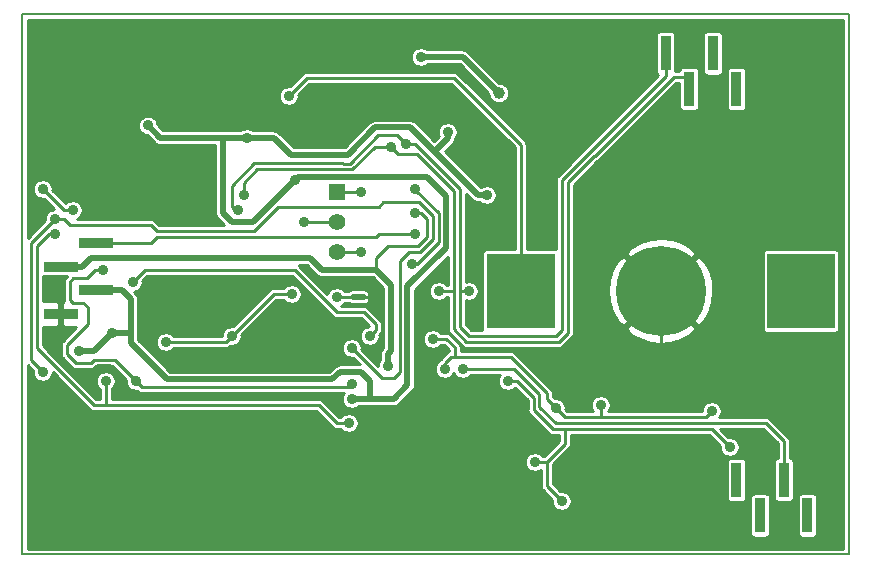
<source format=gbr>
G04 #@! TF.GenerationSoftware,KiCad,Pcbnew,(5.1.5-0-10_14)*
G04 #@! TF.CreationDate,2020-05-22T17:31:33+12:00*
G04 #@! TF.ProjectId,main-board,6d61696e-2d62-46f6-9172-642e6b696361,C*
G04 #@! TF.SameCoordinates,Original*
G04 #@! TF.FileFunction,Copper,L2,Bot*
G04 #@! TF.FilePolarity,Positive*
%FSLAX46Y46*%
G04 Gerber Fmt 4.6, Leading zero omitted, Abs format (unit mm)*
G04 Created by KiCad (PCBNEW (5.1.5-0-10_14)) date 2020-05-22 17:31:33*
%MOMM*%
%LPD*%
G04 APERTURE LIST*
%ADD10C,0.200000*%
%ADD11C,0.100000*%
%ADD12R,3.000000X0.900000*%
%ADD13R,0.900000X3.000000*%
%ADD14C,1.397000*%
%ADD15R,1.397000X1.397000*%
%ADD16R,5.720000X6.350000*%
%ADD17C,7.620000*%
%ADD18C,0.500000*%
%ADD19C,0.900000*%
%ADD20C,1.000000*%
%ADD21C,0.254000*%
%ADD22C,0.508000*%
G04 APERTURE END LIST*
D10*
X44000000Y-97300000D02*
X44000000Y-51600000D01*
X114000000Y-97300000D02*
X44000000Y-97300000D01*
X114000000Y-51600000D02*
X114000000Y-97300000D01*
X44000000Y-51600000D02*
X114000000Y-51600000D01*
D11*
G36*
X73000000Y-75250000D02*
G01*
X72000000Y-75250000D01*
X72000000Y-75750000D01*
X73000000Y-75750000D01*
X73000000Y-75250000D01*
G37*
D12*
X47290000Y-76950000D03*
X50290000Y-74950000D03*
X47290000Y-72950000D03*
X50290000Y-70950000D03*
D13*
X104500000Y-57890000D03*
X102500000Y-54890000D03*
X100500000Y-57890000D03*
X98500000Y-54890000D03*
X110500000Y-94010000D03*
X108500000Y-91010000D03*
X106500000Y-94010000D03*
X104500000Y-91010000D03*
D14*
X70652000Y-71706000D03*
X70652000Y-69166000D03*
D15*
X70652000Y-66626000D03*
D16*
X109954000Y-75008000D03*
X86214000Y-75008000D03*
D17*
X98084000Y-75008000D03*
D18*
X72000000Y-75500000D03*
X73000000Y-75500000D03*
D19*
X71668000Y-86184000D03*
X46776000Y-70182000D03*
X51094000Y-82628000D03*
X46776000Y-68912000D03*
X45760000Y-81866000D03*
X71922000Y-79834000D03*
X53634000Y-82628000D03*
X50840000Y-73230000D03*
X71922000Y-82882000D03*
X72684000Y-71706000D03*
X48300000Y-68150000D03*
X45760000Y-66372000D03*
X81320000Y-81612000D03*
X75224000Y-62816000D03*
X79288000Y-75008000D03*
X62778000Y-66880000D03*
X76494000Y-62562000D03*
X62270000Y-68150000D03*
X81828000Y-75008000D03*
X103926000Y-88216000D03*
X87416000Y-89486000D03*
X53380000Y-74246000D03*
X73446000Y-78818000D03*
X89702000Y-92788000D03*
X85130000Y-82628000D03*
X77256000Y-70182000D03*
X80304000Y-57990000D03*
X64556000Y-60022000D03*
X97830000Y-84660000D03*
X65826000Y-54434000D03*
X55666000Y-74246000D03*
X83606000Y-70944000D03*
X82336000Y-76278000D03*
X78018000Y-76278000D03*
X49824000Y-62562000D03*
X52364000Y-82628000D03*
X72430000Y-77802000D03*
X56192000Y-60236000D03*
X62200000Y-92200000D03*
X71922000Y-84152000D03*
X51602000Y-78564000D03*
D20*
X84368000Y-58244000D03*
D19*
X77764000Y-55196000D03*
X80050000Y-61546000D03*
X67096000Y-65610000D03*
X48808000Y-80088000D03*
X83352000Y-66880000D03*
X63032000Y-62054000D03*
X54668000Y-60998000D03*
X61762000Y-78818000D03*
X66842000Y-75262000D03*
X56174000Y-79326000D03*
X79796000Y-81612000D03*
X77256000Y-66372000D03*
X77002000Y-72722000D03*
X78780000Y-79072000D03*
X89194000Y-84914000D03*
X93004000Y-84660000D03*
X102402000Y-85168000D03*
X70652000Y-75516000D03*
X66588000Y-58498000D03*
X67858000Y-69166000D03*
X77256000Y-68404000D03*
X74970000Y-81358000D03*
X72684000Y-66626000D03*
D21*
X70652000Y-86184000D02*
X69128000Y-84660000D01*
X71668000Y-86184000D02*
X70652000Y-86184000D01*
X51094000Y-84660000D02*
X50078000Y-84660000D01*
X45249462Y-77802000D02*
X45252000Y-77802000D01*
X45252000Y-77802000D02*
X45252000Y-71960000D01*
X45760000Y-80342000D02*
X45757462Y-80342000D01*
X45757462Y-80342000D02*
X45249462Y-79834000D01*
X45249462Y-79834000D02*
X45249462Y-77802000D01*
X50078000Y-84660000D02*
X45760000Y-80342000D01*
X46268000Y-70182000D02*
X45249462Y-71200538D01*
X45249462Y-71200538D02*
X45249462Y-71960000D01*
X45249462Y-71960000D02*
X45252000Y-71960000D01*
X46776000Y-70182000D02*
X46268000Y-70182000D01*
X69128000Y-84660000D02*
X51094000Y-84660000D01*
X51094000Y-84660000D02*
X51094000Y-82628000D01*
X78780000Y-70645370D02*
X77719370Y-71706000D01*
X75988538Y-81863462D02*
X75478000Y-82374000D01*
X75478000Y-82374000D02*
X74462000Y-82374000D01*
X75988538Y-78307462D02*
X75988538Y-81863462D01*
X76748000Y-71706000D02*
X77719370Y-71706000D01*
X75986000Y-72468000D02*
X76748000Y-71706000D01*
X75986000Y-78304924D02*
X75988538Y-78307462D01*
X75986000Y-72468000D02*
X75986000Y-78304924D01*
X71922000Y-79834000D02*
X74462000Y-82374000D01*
X78780000Y-68658000D02*
X78780000Y-70645370D01*
X65704436Y-67896000D02*
X63672436Y-69928000D01*
X48046000Y-69420000D02*
X54904000Y-69420000D01*
X47538000Y-68912000D02*
X48046000Y-69420000D01*
X47538000Y-68912000D02*
X46776000Y-68912000D01*
X54904000Y-69420000D02*
X55412000Y-69928000D01*
X77613416Y-67491416D02*
X78780000Y-68658000D01*
X74612584Y-67491416D02*
X77613416Y-67491416D01*
X65704436Y-67896000D02*
X74208000Y-67896000D01*
X74612584Y-67491416D02*
X74208000Y-67896000D01*
X63672436Y-69928000D02*
X55412000Y-69928000D01*
X45760000Y-81866000D02*
X44744000Y-80850000D01*
X44744000Y-70944000D02*
X46776000Y-68912000D01*
X44744000Y-70944000D02*
X44744000Y-80850000D01*
X50840000Y-73230000D02*
X50205000Y-73230000D01*
X49570000Y-77802000D02*
X47792000Y-79580000D01*
X49570000Y-76405000D02*
X49570000Y-77802000D01*
X49189000Y-76024000D02*
X49570000Y-76405000D01*
X50205000Y-73230000D02*
X49506500Y-73928500D01*
X47792000Y-80342000D02*
X48554000Y-81104000D01*
X47792000Y-79580000D02*
X47792000Y-80342000D01*
X49824000Y-81104000D02*
X50078000Y-80850000D01*
X50078000Y-80850000D02*
X51856000Y-80850000D01*
X48554000Y-81104000D02*
X49824000Y-81104000D01*
X48363500Y-73928500D02*
X48046000Y-74246000D01*
X48046000Y-74246000D02*
X48046000Y-75770000D01*
X48046000Y-75770000D02*
X48300000Y-76024000D01*
X48300000Y-76024000D02*
X49189000Y-76024000D01*
X49506500Y-73928500D02*
X48363500Y-73928500D01*
X53634000Y-82628000D02*
X51856000Y-80850000D01*
X53634000Y-82628000D02*
X54142000Y-83136000D01*
X54142000Y-83136000D02*
X71668000Y-83136000D01*
X71668000Y-83136000D02*
X71922000Y-82882000D01*
X72684000Y-71706000D02*
X70652000Y-71706000D01*
X47538000Y-68150000D02*
X45760000Y-66372000D01*
X48300000Y-68150000D02*
X47538000Y-68150000D01*
X81320000Y-81612000D02*
X85685168Y-81612000D01*
X85685168Y-81612000D02*
X87820584Y-83747416D01*
X106974000Y-86184000D02*
X108500000Y-87710000D01*
X89194000Y-86184000D02*
X106974000Y-86184000D01*
X87820584Y-84810584D02*
X89194000Y-86184000D01*
X87820584Y-83747416D02*
X87820584Y-84810584D01*
X108500000Y-91010000D02*
X108500000Y-87710000D01*
X99184000Y-56890000D02*
X92496000Y-63578000D01*
X100500000Y-56890000D02*
X99184000Y-56890000D01*
X75859000Y-63451000D02*
X77430168Y-63451000D01*
X77430168Y-63451000D02*
X80550386Y-66571218D01*
X80550386Y-66571218D02*
X80550386Y-75008000D01*
X75224000Y-62816000D02*
X75859000Y-63451000D01*
X80550386Y-75008000D02*
X80550386Y-78255218D01*
X80550386Y-75008000D02*
X79288000Y-75008000D01*
X71952126Y-64723538D02*
X73859664Y-62816000D01*
X63918462Y-64723538D02*
X71952126Y-64723538D01*
X62778000Y-65864000D02*
X63918462Y-64723538D01*
X75224000Y-62816000D02*
X73859664Y-62816000D01*
X62778000Y-66880000D02*
X62778000Y-65864000D01*
X92448832Y-63578000D02*
X90207462Y-65819370D01*
X90207462Y-65819370D02*
X90207462Y-78566538D01*
X90207462Y-78566538D02*
X89448000Y-79326000D01*
X89448000Y-79326000D02*
X81621168Y-79326000D01*
X81621168Y-79326000D02*
X80550386Y-78255218D01*
X92496000Y-63578000D02*
X92448832Y-63578000D01*
X62013462Y-68150000D02*
X61762000Y-67898538D01*
X62270000Y-68150000D02*
X62013462Y-68150000D01*
X75732000Y-61800000D02*
X74160832Y-61800000D01*
X76494000Y-62562000D02*
X75732000Y-61800000D01*
X98500000Y-56812000D02*
X98500000Y-53890000D01*
X63667000Y-64213000D02*
X61762000Y-66118000D01*
X61762000Y-66118000D02*
X61762000Y-67898538D01*
X76494000Y-62562000D02*
X77256000Y-62562000D01*
X77256000Y-62562000D02*
X81066000Y-66372000D01*
X81066000Y-66372000D02*
X81066000Y-75008000D01*
X81828000Y-75008000D02*
X81066000Y-75008000D01*
X81066000Y-78056000D02*
X81828000Y-78818000D01*
X81066000Y-75008000D02*
X81066000Y-78056000D01*
X71154924Y-64213000D02*
X71160000Y-64218076D01*
X71160000Y-64218076D02*
X71742756Y-64218076D01*
X71742756Y-64218076D02*
X74160832Y-61800000D01*
X63667000Y-64213000D02*
X71154924Y-64213000D01*
X89194000Y-78818000D02*
X89702000Y-78310000D01*
X89702000Y-78310000D02*
X89702000Y-65610000D01*
X89702000Y-65610000D02*
X98500000Y-56812000D01*
X81828000Y-78818000D02*
X89194000Y-78818000D01*
X54396000Y-73230000D02*
X67096000Y-73230000D01*
X54396000Y-73230000D02*
X53380000Y-74246000D01*
X73954000Y-78310000D02*
X73446000Y-78818000D01*
X73954000Y-77802000D02*
X73954000Y-78310000D01*
X67096000Y-73230000D02*
X70652000Y-76786000D01*
X72938000Y-76786000D02*
X73954000Y-77802000D01*
X70652000Y-76786000D02*
X72938000Y-76786000D01*
X89956000Y-86692000D02*
X102402000Y-86692000D01*
X102402000Y-86692000D02*
X103926000Y-88216000D01*
X88940000Y-86692000D02*
X89956000Y-86692000D01*
X87315122Y-85067122D02*
X88940000Y-86692000D01*
X87315122Y-84051122D02*
X87315122Y-85067122D01*
X85892000Y-82628000D02*
X87315122Y-84051122D01*
X85130000Y-82628000D02*
X85892000Y-82628000D01*
X88432000Y-89486000D02*
X89956000Y-87962000D01*
X89956000Y-87962000D02*
X89956000Y-86692000D01*
X87416000Y-89486000D02*
X88432000Y-89486000D01*
X88432000Y-91518000D02*
X89702000Y-92788000D01*
X88432000Y-89486000D02*
X88432000Y-91518000D01*
X54904000Y-70950000D02*
X50290000Y-70950000D01*
X54904000Y-70944000D02*
X55412000Y-70436000D01*
X55412000Y-70436000D02*
X73954000Y-70436000D01*
X54904000Y-70950000D02*
X54904000Y-70944000D01*
X74208000Y-70182000D02*
X73954000Y-70436000D01*
X77256000Y-70182000D02*
X74208000Y-70182000D01*
X63800000Y-59266000D02*
X64556000Y-60022000D01*
D22*
X51472462Y-81482462D02*
X50461538Y-81482462D01*
X50461538Y-81482462D02*
X50078000Y-81866000D01*
X50078000Y-81866000D02*
X48421564Y-81866000D01*
X48421564Y-81866000D02*
X47030000Y-80474436D01*
X47030000Y-80474436D02*
X47030000Y-78564000D01*
X47030000Y-78564000D02*
X47290000Y-78304000D01*
X47290000Y-78304000D02*
X47290000Y-76950000D01*
D21*
X63791462Y-56460000D02*
X63800000Y-56460000D01*
X63791462Y-55659370D02*
X63791462Y-56460000D01*
X65016832Y-54434000D02*
X63791462Y-55659370D01*
X63800000Y-56460000D02*
X63800000Y-59266000D01*
X65826000Y-54434000D02*
X65016832Y-54434000D01*
X81668336Y-80088000D02*
X85590832Y-80088000D01*
X79636336Y-78056000D02*
X81668336Y-80088000D01*
X85590832Y-80088000D02*
X89146832Y-83644000D01*
X79796000Y-60022000D02*
X84876000Y-65102000D01*
X80304000Y-59514000D02*
X79796000Y-60022000D01*
X80304000Y-57990000D02*
X80304000Y-59514000D01*
X82844000Y-75770000D02*
X82844000Y-71706000D01*
X82336000Y-76278000D02*
X82844000Y-75770000D01*
X78018000Y-76278000D02*
X78018000Y-76786000D01*
X78018000Y-76786000D02*
X79288000Y-78056000D01*
X79288000Y-78056000D02*
X79636336Y-78056000D01*
X77510000Y-76786000D02*
X77507462Y-76786000D01*
X77507462Y-76786000D02*
X77256000Y-77037462D01*
X78018000Y-76278000D02*
X77510000Y-76786000D01*
X55666000Y-74243462D02*
X56171462Y-73738000D01*
X55666000Y-74246000D02*
X55666000Y-74243462D01*
X64556000Y-60022000D02*
X79796000Y-60022000D01*
X83606000Y-70944000D02*
X82844000Y-71706000D01*
X84876000Y-69674000D02*
X84876000Y-65102000D01*
X83606000Y-70944000D02*
X84876000Y-69674000D01*
X89146832Y-83644000D02*
X96814000Y-83644000D01*
D22*
X71160000Y-90756000D02*
X61762000Y-90756000D01*
D21*
X96814000Y-83644000D02*
X97830000Y-84660000D01*
X98084000Y-84406000D02*
X97830000Y-84660000D01*
X98084000Y-74373000D02*
X98084000Y-84406000D01*
D22*
X52364000Y-82374000D02*
X51472462Y-81482462D01*
X52364000Y-82628000D02*
X52364000Y-82374000D01*
X52872000Y-83898000D02*
X52364000Y-83390000D01*
X52364000Y-83390000D02*
X52364000Y-82628000D01*
X69382000Y-83898000D02*
X52872000Y-83898000D01*
X72811000Y-85803000D02*
X72176000Y-85168000D01*
X72176000Y-85168000D02*
X70652000Y-85168000D01*
X70652000Y-85168000D02*
X69382000Y-83898000D01*
X72811000Y-86184000D02*
X72811000Y-85803000D01*
D21*
X77256000Y-77037462D02*
X77256000Y-84152000D01*
X77256000Y-84152000D02*
X75224000Y-86184000D01*
X75224000Y-86184000D02*
X72811000Y-86184000D01*
D22*
X72811000Y-89105000D02*
X71160000Y-90756000D01*
X72811000Y-86184000D02*
X72811000Y-89105000D01*
D21*
X72430000Y-77802000D02*
X71691584Y-78540416D01*
X56406000Y-60022000D02*
X56192000Y-60236000D01*
X64556000Y-60022000D02*
X56406000Y-60022000D01*
X66889168Y-73738000D02*
X71691584Y-78540416D01*
X56171462Y-73738000D02*
X66889168Y-73738000D01*
X72303000Y-78945000D02*
X72096168Y-78945000D01*
X72096168Y-78945000D02*
X71691584Y-78540416D01*
X73192000Y-79834000D02*
X72303000Y-78945000D01*
X73192000Y-79834000D02*
X73700000Y-79834000D01*
X73700000Y-79834000D02*
X74464538Y-79069462D01*
X74464538Y-78818000D02*
X74464538Y-76786000D01*
X74462000Y-76278000D02*
X74462000Y-76786000D01*
X74462000Y-76786000D02*
X74464538Y-76786000D01*
X74464538Y-79069462D02*
X74464538Y-78820538D01*
X74464538Y-78820538D02*
X74462000Y-78818000D01*
X74462000Y-78818000D02*
X74464538Y-78818000D01*
X73000000Y-75500000D02*
X73684000Y-75500000D01*
X73684000Y-75500000D02*
X74462000Y-76278000D01*
D22*
X53200000Y-75700000D02*
X53200000Y-78600000D01*
X53200000Y-78600000D02*
X53200000Y-79396000D01*
X53200000Y-79396000D02*
X53636000Y-79832000D01*
X53200000Y-78564000D02*
X53200000Y-78600000D01*
X51602000Y-78564000D02*
X53200000Y-78564000D01*
X53636000Y-79832000D02*
X53636000Y-79836000D01*
X73446000Y-84152000D02*
X71922000Y-84152000D01*
X73446000Y-82628000D02*
X73446000Y-84152000D01*
X70906000Y-81866000D02*
X72684000Y-81866000D01*
X72684000Y-81866000D02*
X73446000Y-82628000D01*
X70268462Y-82503538D02*
X70906000Y-81866000D01*
X53636000Y-79836000D02*
X56303538Y-82503538D01*
X56303538Y-82503538D02*
X70268462Y-82503538D01*
X50290000Y-74950000D02*
X52450000Y-74950000D01*
X52450000Y-74950000D02*
X53200000Y-75700000D01*
X50078000Y-80088000D02*
X51602000Y-78564000D01*
X48808000Y-80088000D02*
X50078000Y-80088000D01*
X76621000Y-83009000D02*
X75478000Y-84152000D01*
X73446000Y-84152000D02*
X75478000Y-84152000D01*
X67350000Y-65356000D02*
X67096000Y-65610000D01*
X76621000Y-74627000D02*
X79917924Y-71330076D01*
X79917924Y-71330076D02*
X79917924Y-67001924D01*
X76621000Y-83009000D02*
X76621000Y-74627000D01*
X79917924Y-67001924D02*
X78272000Y-65356000D01*
X78272000Y-65356000D02*
X67350000Y-65356000D01*
X63032000Y-62054000D02*
X61000000Y-62054000D01*
X61762000Y-69166000D02*
X61000000Y-68404000D01*
X63540000Y-69166000D02*
X61762000Y-69166000D01*
X67096000Y-65610000D02*
X63540000Y-69166000D01*
X61000000Y-68404000D02*
X61000000Y-62054000D01*
X63032000Y-62054000D02*
X65318000Y-62054000D01*
X81320000Y-55196000D02*
X84368000Y-58244000D01*
X77764000Y-55196000D02*
X81320000Y-55196000D01*
X79034000Y-63324000D02*
X82590000Y-66880000D01*
X82590000Y-66880000D02*
X83352000Y-66880000D01*
X76877538Y-61167538D02*
X79034000Y-63324000D01*
X73898858Y-61167538D02*
X76877538Y-61167538D01*
X80050000Y-62054000D02*
X79034000Y-63070000D01*
X79034000Y-63070000D02*
X79034000Y-63324000D01*
X80050000Y-61546000D02*
X80050000Y-62054000D01*
X71578198Y-63488198D02*
X66752198Y-63488198D01*
X66752198Y-63488198D02*
X65318000Y-62054000D01*
X73898858Y-61167538D02*
X71578198Y-63488198D01*
X55724000Y-62054000D02*
X54668000Y-60998000D01*
X61000000Y-62054000D02*
X55724000Y-62054000D01*
D21*
X65318000Y-75262000D02*
X61254000Y-79326000D01*
X66842000Y-75262000D02*
X65318000Y-75262000D01*
X61254000Y-79326000D02*
X61762000Y-78818000D01*
X56174000Y-79326000D02*
X61254000Y-79326000D01*
X80304000Y-80596000D02*
X80812000Y-80596000D01*
X79796000Y-81104000D02*
X80304000Y-80596000D01*
X79796000Y-81612000D02*
X79796000Y-81104000D01*
X77256000Y-66419168D02*
X79285462Y-68448630D01*
X77256000Y-66372000D02*
X77256000Y-66419168D01*
X79285462Y-70854740D02*
X77418202Y-72722000D01*
X77418202Y-72722000D02*
X77002000Y-72722000D01*
X79285462Y-68448630D02*
X79285462Y-70854740D01*
X80628752Y-79763248D02*
X80628752Y-80596000D01*
X80628752Y-80596000D02*
X80812000Y-80596000D01*
X78780000Y-79072000D02*
X79937504Y-79072000D01*
X79937504Y-79072000D02*
X80628752Y-79763248D01*
X85384000Y-80596000D02*
X88432000Y-83644000D01*
X80812000Y-80596000D02*
X85384000Y-80596000D01*
X88432000Y-84152000D02*
X89194000Y-84914000D01*
X88432000Y-83644000D02*
X88432000Y-84152000D01*
X102402000Y-85168000D02*
X101894000Y-85676000D01*
X101894000Y-85676000D02*
X94067168Y-85676000D01*
X93004000Y-85678538D02*
X94067168Y-85678538D01*
X94067168Y-85678538D02*
X94067168Y-85676000D01*
X89956000Y-85678538D02*
X93004000Y-85678538D01*
X89702000Y-85424538D02*
X89956000Y-85678538D01*
X89702000Y-85422000D02*
X89702000Y-85424538D01*
X89194000Y-84914000D02*
X89702000Y-85422000D01*
X93004000Y-84660000D02*
X93004000Y-85678538D01*
X70692000Y-75476000D02*
X70652000Y-75516000D01*
X71984000Y-75516000D02*
X72000000Y-75500000D01*
X70652000Y-75516000D02*
X71984000Y-75516000D01*
X80558000Y-56974000D02*
X86214000Y-62630000D01*
X86214000Y-62630000D02*
X86214000Y-75008000D01*
X68112000Y-56974000D02*
X66588000Y-58498000D01*
X80558000Y-56974000D02*
X68112000Y-56974000D01*
X67858000Y-69166000D02*
X70652000Y-69166000D01*
D22*
X49088000Y-72950000D02*
X49824000Y-72214000D01*
X47290000Y-72950000D02*
X49088000Y-72950000D01*
X69382000Y-73230000D02*
X73954000Y-73230000D01*
X68366000Y-72214000D02*
X69382000Y-73230000D01*
X49824000Y-72214000D02*
X68366000Y-72214000D01*
D21*
X76748000Y-71198000D02*
X74970000Y-71198000D01*
X78018000Y-70692538D02*
X77510000Y-71200538D01*
X77510000Y-71200538D02*
X76748000Y-71200538D01*
X76748000Y-71200538D02*
X76748000Y-71198000D01*
X73954000Y-72214000D02*
X74970000Y-71198000D01*
X73954000Y-73230000D02*
X73954000Y-72214000D01*
X78272000Y-68912000D02*
X78272000Y-70436000D01*
X78272000Y-70436000D02*
X78018000Y-70690000D01*
X78018000Y-70690000D02*
X78018000Y-70692538D01*
X77764000Y-68404000D02*
X78272000Y-68912000D01*
X77256000Y-68404000D02*
X77764000Y-68404000D01*
D22*
X74970000Y-81358000D02*
X74970000Y-80342000D01*
X75224000Y-80088000D02*
X75224000Y-74500000D01*
X74970000Y-80342000D02*
X75224000Y-80088000D01*
X73954000Y-73230000D02*
X75224000Y-74500000D01*
D21*
X70652000Y-66626000D02*
X72684000Y-66626000D01*
G36*
X113519001Y-96819000D02*
G01*
X44481000Y-96819000D01*
X44481000Y-81305420D01*
X44934099Y-81758520D01*
X44929000Y-81784154D01*
X44929000Y-81947846D01*
X44960935Y-82108394D01*
X45023577Y-82259626D01*
X45114520Y-82395732D01*
X45230268Y-82511480D01*
X45366374Y-82602423D01*
X45517606Y-82665065D01*
X45678154Y-82697000D01*
X45841846Y-82697000D01*
X46002394Y-82665065D01*
X46153626Y-82602423D01*
X46289732Y-82511480D01*
X46405480Y-82395732D01*
X46496423Y-82259626D01*
X46559065Y-82108394D01*
X46591000Y-81947846D01*
X46591000Y-81891420D01*
X49701149Y-85001570D01*
X49717052Y-85020948D01*
X49736429Y-85036850D01*
X49794404Y-85084429D01*
X49841015Y-85109343D01*
X49882657Y-85131601D01*
X49978415Y-85160649D01*
X50053053Y-85168000D01*
X50053055Y-85168000D01*
X50077999Y-85170457D01*
X50102943Y-85168000D01*
X51069053Y-85168000D01*
X51094000Y-85170457D01*
X51118947Y-85168000D01*
X68917580Y-85168000D01*
X70275149Y-86525570D01*
X70291052Y-86544948D01*
X70310429Y-86560850D01*
X70368404Y-86608429D01*
X70456655Y-86655600D01*
X70456657Y-86655601D01*
X70552415Y-86684649D01*
X70627053Y-86692000D01*
X70627055Y-86692000D01*
X70651999Y-86694457D01*
X70676943Y-86692000D01*
X71007999Y-86692000D01*
X71022520Y-86713732D01*
X71138268Y-86829480D01*
X71274374Y-86920423D01*
X71425606Y-86983065D01*
X71586154Y-87015000D01*
X71749846Y-87015000D01*
X71910394Y-86983065D01*
X72061626Y-86920423D01*
X72197732Y-86829480D01*
X72313480Y-86713732D01*
X72404423Y-86577626D01*
X72467065Y-86426394D01*
X72499000Y-86265846D01*
X72499000Y-86102154D01*
X72467065Y-85941606D01*
X72404423Y-85790374D01*
X72313480Y-85654268D01*
X72197732Y-85538520D01*
X72061626Y-85447577D01*
X71910394Y-85384935D01*
X71749846Y-85353000D01*
X71586154Y-85353000D01*
X71425606Y-85384935D01*
X71274374Y-85447577D01*
X71138268Y-85538520D01*
X71022520Y-85654268D01*
X71007999Y-85676000D01*
X70862421Y-85676000D01*
X69504855Y-84318435D01*
X69488948Y-84299052D01*
X69411595Y-84235571D01*
X69323343Y-84188399D01*
X69227585Y-84159351D01*
X69152947Y-84152000D01*
X69152944Y-84152000D01*
X69128000Y-84149543D01*
X69103056Y-84152000D01*
X51602000Y-84152000D01*
X51602000Y-83288001D01*
X51623732Y-83273480D01*
X51739480Y-83157732D01*
X51830423Y-83021626D01*
X51893065Y-82870394D01*
X51925000Y-82709846D01*
X51925000Y-82546154D01*
X51893065Y-82385606D01*
X51830423Y-82234374D01*
X51739480Y-82098268D01*
X51623732Y-81982520D01*
X51487626Y-81891577D01*
X51336394Y-81828935D01*
X51175846Y-81797000D01*
X51012154Y-81797000D01*
X50851606Y-81828935D01*
X50700374Y-81891577D01*
X50564268Y-81982520D01*
X50448520Y-82098268D01*
X50357577Y-82234374D01*
X50294935Y-82385606D01*
X50263000Y-82546154D01*
X50263000Y-82709846D01*
X50294935Y-82870394D01*
X50357577Y-83021626D01*
X50448520Y-83157732D01*
X50564268Y-83273480D01*
X50586001Y-83288001D01*
X50586000Y-84152000D01*
X50288421Y-84152000D01*
X46136855Y-80000435D01*
X46120948Y-79981052D01*
X46087418Y-79953535D01*
X45757462Y-79623580D01*
X45757462Y-78034867D01*
X45790000Y-78038072D01*
X47004250Y-78035000D01*
X47163000Y-77876250D01*
X47163000Y-77077000D01*
X47143000Y-77077000D01*
X47143000Y-76823000D01*
X47163000Y-76823000D01*
X47163000Y-76023750D01*
X47004250Y-75865000D01*
X45790000Y-75861928D01*
X45760000Y-75864883D01*
X45760000Y-73779888D01*
X45790000Y-73782843D01*
X47790737Y-73782843D01*
X47704435Y-73869145D01*
X47685052Y-73885052D01*
X47621571Y-73962405D01*
X47574399Y-74050658D01*
X47545351Y-74146416D01*
X47538000Y-74221053D01*
X47535543Y-74246000D01*
X47538000Y-74270945D01*
X47538001Y-75745046D01*
X47535543Y-75770000D01*
X47542593Y-75841570D01*
X47545352Y-75869585D01*
X47551360Y-75889390D01*
X47417000Y-76023750D01*
X47417000Y-76823000D01*
X47437000Y-76823000D01*
X47437000Y-77077000D01*
X47417000Y-77077000D01*
X47417000Y-77876250D01*
X47575750Y-78035000D01*
X48615948Y-78037632D01*
X47450435Y-79203145D01*
X47431052Y-79219052D01*
X47367571Y-79296405D01*
X47320399Y-79384658D01*
X47291351Y-79480416D01*
X47285128Y-79543601D01*
X47281543Y-79580000D01*
X47284000Y-79604945D01*
X47284001Y-80317046D01*
X47281543Y-80342000D01*
X47287321Y-80400657D01*
X47291352Y-80441585D01*
X47320400Y-80537343D01*
X47367571Y-80625595D01*
X47391422Y-80654657D01*
X47431053Y-80702948D01*
X47450430Y-80718850D01*
X48177145Y-81445565D01*
X48193052Y-81464948D01*
X48270405Y-81528429D01*
X48358657Y-81575601D01*
X48454415Y-81604649D01*
X48529053Y-81612000D01*
X48529056Y-81612000D01*
X48554000Y-81614457D01*
X48578944Y-81612000D01*
X49799056Y-81612000D01*
X49824000Y-81614457D01*
X49848944Y-81612000D01*
X49848947Y-81612000D01*
X49923585Y-81604649D01*
X50019343Y-81575601D01*
X50107595Y-81528429D01*
X50184948Y-81464948D01*
X50200855Y-81445565D01*
X50288420Y-81358000D01*
X51645580Y-81358000D01*
X52808099Y-82520519D01*
X52803000Y-82546154D01*
X52803000Y-82709846D01*
X52834935Y-82870394D01*
X52897577Y-83021626D01*
X52988520Y-83157732D01*
X53104268Y-83273480D01*
X53240374Y-83364423D01*
X53391606Y-83427065D01*
X53552154Y-83459000D01*
X53715846Y-83459000D01*
X53741480Y-83453901D01*
X53765149Y-83477570D01*
X53781052Y-83496948D01*
X53800429Y-83512850D01*
X53858404Y-83560429D01*
X53894123Y-83579521D01*
X53946657Y-83607601D01*
X54042415Y-83636649D01*
X54117053Y-83644000D01*
X54117055Y-83644000D01*
X54141999Y-83646457D01*
X54166943Y-83644000D01*
X71261999Y-83644000D01*
X71185577Y-83758374D01*
X71122935Y-83909606D01*
X71091000Y-84070154D01*
X71091000Y-84233846D01*
X71122935Y-84394394D01*
X71185577Y-84545626D01*
X71276520Y-84681732D01*
X71392268Y-84797480D01*
X71528374Y-84888423D01*
X71679606Y-84951065D01*
X71840154Y-84983000D01*
X72003846Y-84983000D01*
X72164394Y-84951065D01*
X72315626Y-84888423D01*
X72451732Y-84797480D01*
X72462212Y-84787000D01*
X73414809Y-84787000D01*
X73446000Y-84790072D01*
X73477192Y-84787000D01*
X75446819Y-84787000D01*
X75478000Y-84790071D01*
X75509181Y-84787000D01*
X75509192Y-84787000D01*
X75602482Y-84777812D01*
X75722180Y-84741502D01*
X75832494Y-84682537D01*
X75929185Y-84603185D01*
X75949074Y-84578950D01*
X77047956Y-83480069D01*
X77072185Y-83460185D01*
X77151537Y-83363494D01*
X77210502Y-83253180D01*
X77246812Y-83133482D01*
X77256000Y-83040192D01*
X77256000Y-83040182D01*
X77259071Y-83009001D01*
X77256000Y-82977820D01*
X77256000Y-74890024D01*
X80042387Y-72103639D01*
X80042387Y-74500000D01*
X79948001Y-74500000D01*
X79933480Y-74478268D01*
X79817732Y-74362520D01*
X79681626Y-74271577D01*
X79530394Y-74208935D01*
X79369846Y-74177000D01*
X79206154Y-74177000D01*
X79045606Y-74208935D01*
X78894374Y-74271577D01*
X78758268Y-74362520D01*
X78642520Y-74478268D01*
X78551577Y-74614374D01*
X78488935Y-74765606D01*
X78457000Y-74926154D01*
X78457000Y-75089846D01*
X78488935Y-75250394D01*
X78551577Y-75401626D01*
X78642520Y-75537732D01*
X78758268Y-75653480D01*
X78894374Y-75744423D01*
X79045606Y-75807065D01*
X79206154Y-75839000D01*
X79369846Y-75839000D01*
X79530394Y-75807065D01*
X79681626Y-75744423D01*
X79817732Y-75653480D01*
X79933480Y-75537732D01*
X79948001Y-75516000D01*
X80042386Y-75516000D01*
X80042387Y-78230264D01*
X80039929Y-78255218D01*
X80046468Y-78321606D01*
X80049738Y-78354803D01*
X80061498Y-78393571D01*
X80078786Y-78450561D01*
X80125957Y-78538813D01*
X80173536Y-78596788D01*
X80189439Y-78616166D01*
X80208816Y-78632068D01*
X80239054Y-78662306D01*
X80221099Y-78647571D01*
X80132847Y-78600399D01*
X80037089Y-78571351D01*
X79962451Y-78564000D01*
X79962448Y-78564000D01*
X79937504Y-78561543D01*
X79912560Y-78564000D01*
X79440001Y-78564000D01*
X79425480Y-78542268D01*
X79309732Y-78426520D01*
X79173626Y-78335577D01*
X79022394Y-78272935D01*
X78861846Y-78241000D01*
X78698154Y-78241000D01*
X78537606Y-78272935D01*
X78386374Y-78335577D01*
X78250268Y-78426520D01*
X78134520Y-78542268D01*
X78043577Y-78678374D01*
X77980935Y-78829606D01*
X77949000Y-78990154D01*
X77949000Y-79153846D01*
X77980935Y-79314394D01*
X78043577Y-79465626D01*
X78134520Y-79601732D01*
X78250268Y-79717480D01*
X78386374Y-79808423D01*
X78537606Y-79871065D01*
X78698154Y-79903000D01*
X78861846Y-79903000D01*
X79022394Y-79871065D01*
X79173626Y-79808423D01*
X79309732Y-79717480D01*
X79425480Y-79601732D01*
X79440001Y-79580000D01*
X79727084Y-79580000D01*
X80120752Y-79973669D01*
X80120752Y-80120730D01*
X80108657Y-80124399D01*
X80108655Y-80124400D01*
X80020404Y-80171571D01*
X79970555Y-80212481D01*
X79943052Y-80235052D01*
X79927149Y-80254430D01*
X79454430Y-80727150D01*
X79435053Y-80743052D01*
X79419151Y-80762429D01*
X79419150Y-80762430D01*
X79371571Y-80820405D01*
X79335941Y-80887065D01*
X79324400Y-80908657D01*
X79317163Y-80932513D01*
X79266268Y-80966520D01*
X79150520Y-81082268D01*
X79059577Y-81218374D01*
X78996935Y-81369606D01*
X78965000Y-81530154D01*
X78965000Y-81693846D01*
X78996935Y-81854394D01*
X79059577Y-82005626D01*
X79150520Y-82141732D01*
X79266268Y-82257480D01*
X79402374Y-82348423D01*
X79553606Y-82411065D01*
X79714154Y-82443000D01*
X79877846Y-82443000D01*
X80038394Y-82411065D01*
X80189626Y-82348423D01*
X80325732Y-82257480D01*
X80441480Y-82141732D01*
X80532423Y-82005626D01*
X80558000Y-81943877D01*
X80583577Y-82005626D01*
X80674520Y-82141732D01*
X80790268Y-82257480D01*
X80926374Y-82348423D01*
X81077606Y-82411065D01*
X81238154Y-82443000D01*
X81401846Y-82443000D01*
X81562394Y-82411065D01*
X81713626Y-82348423D01*
X81849732Y-82257480D01*
X81965480Y-82141732D01*
X81980001Y-82120000D01*
X84469999Y-82120000D01*
X84393577Y-82234374D01*
X84330935Y-82385606D01*
X84299000Y-82546154D01*
X84299000Y-82709846D01*
X84330935Y-82870394D01*
X84393577Y-83021626D01*
X84484520Y-83157732D01*
X84600268Y-83273480D01*
X84736374Y-83364423D01*
X84887606Y-83427065D01*
X85048154Y-83459000D01*
X85211846Y-83459000D01*
X85372394Y-83427065D01*
X85523626Y-83364423D01*
X85659732Y-83273480D01*
X85739396Y-83193816D01*
X86807122Y-84261543D01*
X86807123Y-85042168D01*
X86804665Y-85067122D01*
X86813041Y-85152154D01*
X86814474Y-85166707D01*
X86839694Y-85249846D01*
X86843522Y-85262465D01*
X86890693Y-85350717D01*
X86928203Y-85396423D01*
X86954175Y-85428070D01*
X86973552Y-85443972D01*
X88563145Y-87033565D01*
X88579052Y-87052948D01*
X88656405Y-87116429D01*
X88744657Y-87163601D01*
X88840415Y-87192649D01*
X88915053Y-87200000D01*
X88915056Y-87200000D01*
X88940000Y-87202457D01*
X88964944Y-87200000D01*
X89448001Y-87200000D01*
X89448000Y-87751579D01*
X88221580Y-88978000D01*
X88076001Y-88978000D01*
X88061480Y-88956268D01*
X87945732Y-88840520D01*
X87809626Y-88749577D01*
X87658394Y-88686935D01*
X87497846Y-88655000D01*
X87334154Y-88655000D01*
X87173606Y-88686935D01*
X87022374Y-88749577D01*
X86886268Y-88840520D01*
X86770520Y-88956268D01*
X86679577Y-89092374D01*
X86616935Y-89243606D01*
X86585000Y-89404154D01*
X86585000Y-89567846D01*
X86616935Y-89728394D01*
X86679577Y-89879626D01*
X86770520Y-90015732D01*
X86886268Y-90131480D01*
X87022374Y-90222423D01*
X87173606Y-90285065D01*
X87334154Y-90317000D01*
X87497846Y-90317000D01*
X87658394Y-90285065D01*
X87809626Y-90222423D01*
X87924000Y-90146001D01*
X87924001Y-91493046D01*
X87921543Y-91518000D01*
X87931352Y-91617584D01*
X87960400Y-91713343D01*
X88007571Y-91801595D01*
X88055150Y-91859570D01*
X88071053Y-91878948D01*
X88090430Y-91894850D01*
X88876099Y-92680520D01*
X88871000Y-92706154D01*
X88871000Y-92869846D01*
X88902935Y-93030394D01*
X88965577Y-93181626D01*
X89056520Y-93317732D01*
X89172268Y-93433480D01*
X89308374Y-93524423D01*
X89459606Y-93587065D01*
X89620154Y-93619000D01*
X89783846Y-93619000D01*
X89944394Y-93587065D01*
X90095626Y-93524423D01*
X90231732Y-93433480D01*
X90347480Y-93317732D01*
X90438423Y-93181626D01*
X90501065Y-93030394D01*
X90533000Y-92869846D01*
X90533000Y-92706154D01*
X90501065Y-92545606D01*
X90438423Y-92394374D01*
X90347480Y-92258268D01*
X90231732Y-92142520D01*
X90095626Y-92051577D01*
X89944394Y-91988935D01*
X89783846Y-91957000D01*
X89620154Y-91957000D01*
X89594520Y-91962099D01*
X88940000Y-91307580D01*
X88940000Y-89696420D01*
X89126420Y-89510000D01*
X103667157Y-89510000D01*
X103667157Y-92510000D01*
X103674513Y-92584689D01*
X103696299Y-92656508D01*
X103731678Y-92722696D01*
X103779289Y-92780711D01*
X103837304Y-92828322D01*
X103903492Y-92863701D01*
X103975311Y-92885487D01*
X104050000Y-92892843D01*
X104950000Y-92892843D01*
X105024689Y-92885487D01*
X105096508Y-92863701D01*
X105162696Y-92828322D01*
X105220711Y-92780711D01*
X105268322Y-92722696D01*
X105303701Y-92656508D01*
X105325487Y-92584689D01*
X105332843Y-92510000D01*
X105667157Y-92510000D01*
X105667157Y-95510000D01*
X105674513Y-95584689D01*
X105696299Y-95656508D01*
X105731678Y-95722696D01*
X105779289Y-95780711D01*
X105837304Y-95828322D01*
X105903492Y-95863701D01*
X105975311Y-95885487D01*
X106050000Y-95892843D01*
X106950000Y-95892843D01*
X107024689Y-95885487D01*
X107096508Y-95863701D01*
X107162696Y-95828322D01*
X107220711Y-95780711D01*
X107268322Y-95722696D01*
X107303701Y-95656508D01*
X107325487Y-95584689D01*
X107332843Y-95510000D01*
X107332843Y-92510000D01*
X107325487Y-92435311D01*
X107303701Y-92363492D01*
X107268322Y-92297304D01*
X107220711Y-92239289D01*
X107162696Y-92191678D01*
X107096508Y-92156299D01*
X107024689Y-92134513D01*
X106950000Y-92127157D01*
X106050000Y-92127157D01*
X105975311Y-92134513D01*
X105903492Y-92156299D01*
X105837304Y-92191678D01*
X105779289Y-92239289D01*
X105731678Y-92297304D01*
X105696299Y-92363492D01*
X105674513Y-92435311D01*
X105667157Y-92510000D01*
X105332843Y-92510000D01*
X105332843Y-89510000D01*
X105325487Y-89435311D01*
X105303701Y-89363492D01*
X105268322Y-89297304D01*
X105220711Y-89239289D01*
X105162696Y-89191678D01*
X105096508Y-89156299D01*
X105024689Y-89134513D01*
X104950000Y-89127157D01*
X104050000Y-89127157D01*
X103975311Y-89134513D01*
X103903492Y-89156299D01*
X103837304Y-89191678D01*
X103779289Y-89239289D01*
X103731678Y-89297304D01*
X103696299Y-89363492D01*
X103674513Y-89435311D01*
X103667157Y-89510000D01*
X89126420Y-89510000D01*
X90297571Y-88338850D01*
X90316948Y-88322948D01*
X90337548Y-88297846D01*
X90380429Y-88245596D01*
X90427600Y-88157345D01*
X90427601Y-88157342D01*
X90456649Y-88061585D01*
X90464000Y-87986947D01*
X90464000Y-87986945D01*
X90466457Y-87962001D01*
X90464000Y-87937057D01*
X90464000Y-87200000D01*
X102191580Y-87200000D01*
X103100099Y-88108520D01*
X103095000Y-88134154D01*
X103095000Y-88297846D01*
X103126935Y-88458394D01*
X103189577Y-88609626D01*
X103280520Y-88745732D01*
X103396268Y-88861480D01*
X103532374Y-88952423D01*
X103683606Y-89015065D01*
X103844154Y-89047000D01*
X104007846Y-89047000D01*
X104168394Y-89015065D01*
X104319626Y-88952423D01*
X104455732Y-88861480D01*
X104571480Y-88745732D01*
X104662423Y-88609626D01*
X104725065Y-88458394D01*
X104757000Y-88297846D01*
X104757000Y-88134154D01*
X104725065Y-87973606D01*
X104662423Y-87822374D01*
X104571480Y-87686268D01*
X104455732Y-87570520D01*
X104319626Y-87479577D01*
X104168394Y-87416935D01*
X104007846Y-87385000D01*
X103844154Y-87385000D01*
X103818520Y-87390099D01*
X103120420Y-86692000D01*
X106763580Y-86692000D01*
X107992001Y-87920421D01*
X107992001Y-89132869D01*
X107975311Y-89134513D01*
X107903492Y-89156299D01*
X107837304Y-89191678D01*
X107779289Y-89239289D01*
X107731678Y-89297304D01*
X107696299Y-89363492D01*
X107674513Y-89435311D01*
X107667157Y-89510000D01*
X107667157Y-92510000D01*
X107674513Y-92584689D01*
X107696299Y-92656508D01*
X107731678Y-92722696D01*
X107779289Y-92780711D01*
X107837304Y-92828322D01*
X107903492Y-92863701D01*
X107975311Y-92885487D01*
X108050000Y-92892843D01*
X108950000Y-92892843D01*
X109024689Y-92885487D01*
X109096508Y-92863701D01*
X109162696Y-92828322D01*
X109220711Y-92780711D01*
X109268322Y-92722696D01*
X109303701Y-92656508D01*
X109325487Y-92584689D01*
X109332843Y-92510000D01*
X109667157Y-92510000D01*
X109667157Y-95510000D01*
X109674513Y-95584689D01*
X109696299Y-95656508D01*
X109731678Y-95722696D01*
X109779289Y-95780711D01*
X109837304Y-95828322D01*
X109903492Y-95863701D01*
X109975311Y-95885487D01*
X110050000Y-95892843D01*
X110950000Y-95892843D01*
X111024689Y-95885487D01*
X111096508Y-95863701D01*
X111162696Y-95828322D01*
X111220711Y-95780711D01*
X111268322Y-95722696D01*
X111303701Y-95656508D01*
X111325487Y-95584689D01*
X111332843Y-95510000D01*
X111332843Y-92510000D01*
X111325487Y-92435311D01*
X111303701Y-92363492D01*
X111268322Y-92297304D01*
X111220711Y-92239289D01*
X111162696Y-92191678D01*
X111096508Y-92156299D01*
X111024689Y-92134513D01*
X110950000Y-92127157D01*
X110050000Y-92127157D01*
X109975311Y-92134513D01*
X109903492Y-92156299D01*
X109837304Y-92191678D01*
X109779289Y-92239289D01*
X109731678Y-92297304D01*
X109696299Y-92363492D01*
X109674513Y-92435311D01*
X109667157Y-92510000D01*
X109332843Y-92510000D01*
X109332843Y-89510000D01*
X109325487Y-89435311D01*
X109303701Y-89363492D01*
X109268322Y-89297304D01*
X109220711Y-89239289D01*
X109162696Y-89191678D01*
X109096508Y-89156299D01*
X109024689Y-89134513D01*
X109008000Y-89132869D01*
X109008000Y-87734944D01*
X109010457Y-87710000D01*
X109007345Y-87678406D01*
X109000649Y-87610415D01*
X108971601Y-87514657D01*
X108937866Y-87451543D01*
X108924429Y-87426404D01*
X108890449Y-87385000D01*
X108860948Y-87349052D01*
X108841565Y-87333145D01*
X107350855Y-85842435D01*
X107334948Y-85823052D01*
X107257595Y-85759571D01*
X107169343Y-85712399D01*
X107073585Y-85683351D01*
X106998947Y-85676000D01*
X106998944Y-85676000D01*
X106974000Y-85673543D01*
X106949056Y-85676000D01*
X103062001Y-85676000D01*
X103138423Y-85561626D01*
X103201065Y-85410394D01*
X103233000Y-85249846D01*
X103233000Y-85086154D01*
X103201065Y-84925606D01*
X103138423Y-84774374D01*
X103047480Y-84638268D01*
X102931732Y-84522520D01*
X102795626Y-84431577D01*
X102644394Y-84368935D01*
X102483846Y-84337000D01*
X102320154Y-84337000D01*
X102159606Y-84368935D01*
X102008374Y-84431577D01*
X101872268Y-84522520D01*
X101756520Y-84638268D01*
X101665577Y-84774374D01*
X101602935Y-84925606D01*
X101571000Y-85086154D01*
X101571000Y-85168000D01*
X94092115Y-85168000D01*
X94067168Y-85165543D01*
X94042221Y-85168000D01*
X94016452Y-85170538D01*
X93662305Y-85170538D01*
X93740423Y-85053626D01*
X93803065Y-84902394D01*
X93835000Y-84741846D01*
X93835000Y-84578154D01*
X93803065Y-84417606D01*
X93740423Y-84266374D01*
X93649480Y-84130268D01*
X93533732Y-84014520D01*
X93397626Y-83923577D01*
X93246394Y-83860935D01*
X93085846Y-83829000D01*
X92922154Y-83829000D01*
X92761606Y-83860935D01*
X92610374Y-83923577D01*
X92474268Y-84014520D01*
X92358520Y-84130268D01*
X92267577Y-84266374D01*
X92204935Y-84417606D01*
X92173000Y-84578154D01*
X92173000Y-84741846D01*
X92204935Y-84902394D01*
X92267577Y-85053626D01*
X92345695Y-85170538D01*
X90166420Y-85170538D01*
X90090470Y-85094588D01*
X90078850Y-85080429D01*
X90062948Y-85061052D01*
X90043570Y-85045149D01*
X90019901Y-85021480D01*
X90025000Y-84995846D01*
X90025000Y-84832154D01*
X89993065Y-84671606D01*
X89930423Y-84520374D01*
X89839480Y-84384268D01*
X89723732Y-84268520D01*
X89587626Y-84177577D01*
X89436394Y-84114935D01*
X89275846Y-84083000D01*
X89112154Y-84083000D01*
X89086519Y-84088099D01*
X88940000Y-83941580D01*
X88940000Y-83668944D01*
X88942457Y-83644000D01*
X88937976Y-83598502D01*
X88932649Y-83544415D01*
X88903601Y-83448657D01*
X88858577Y-83364423D01*
X88856429Y-83360404D01*
X88808850Y-83302429D01*
X88792948Y-83283052D01*
X88773571Y-83267150D01*
X85760855Y-80254435D01*
X85744948Y-80235052D01*
X85667595Y-80171571D01*
X85579343Y-80124399D01*
X85483585Y-80095351D01*
X85408947Y-80088000D01*
X85408944Y-80088000D01*
X85384000Y-80085543D01*
X85359056Y-80088000D01*
X81136752Y-80088000D01*
X81136752Y-79788191D01*
X81139209Y-79763247D01*
X81136280Y-79733506D01*
X81129401Y-79663663D01*
X81100353Y-79567905D01*
X81093484Y-79555054D01*
X81053181Y-79479652D01*
X81038452Y-79461705D01*
X81244318Y-79667571D01*
X81260220Y-79686948D01*
X81279597Y-79702850D01*
X81337572Y-79750429D01*
X81384183Y-79775343D01*
X81425825Y-79797601D01*
X81521583Y-79826649D01*
X81596221Y-79834000D01*
X81596223Y-79834000D01*
X81621167Y-79836457D01*
X81646111Y-79834000D01*
X89423056Y-79834000D01*
X89448000Y-79836457D01*
X89472944Y-79834000D01*
X89472947Y-79834000D01*
X89547585Y-79826649D01*
X89643343Y-79797601D01*
X89731595Y-79750429D01*
X89808948Y-79686948D01*
X89824855Y-79667565D01*
X90549032Y-78943388D01*
X90568410Y-78927486D01*
X90610124Y-78876657D01*
X90631891Y-78850134D01*
X90679062Y-78761883D01*
X90679063Y-78761881D01*
X90708111Y-78666123D01*
X90715462Y-78591485D01*
X90715462Y-78591483D01*
X90717919Y-78566539D01*
X90715462Y-78541595D01*
X90715462Y-78142523D01*
X95129082Y-78142523D01*
X95562460Y-78694668D01*
X96330144Y-79115758D01*
X97165228Y-79378989D01*
X98035619Y-79474246D01*
X98907870Y-79397866D01*
X99748460Y-79152787D01*
X100525086Y-78748426D01*
X100605540Y-78694668D01*
X101038918Y-78142523D01*
X98084000Y-75187605D01*
X95129082Y-78142523D01*
X90715462Y-78142523D01*
X90715462Y-74959619D01*
X93617754Y-74959619D01*
X93694134Y-75831870D01*
X93939213Y-76672460D01*
X94343574Y-77449086D01*
X94397332Y-77529540D01*
X94949477Y-77962918D01*
X97904395Y-75008000D01*
X98263605Y-75008000D01*
X101218523Y-77962918D01*
X101770668Y-77529540D01*
X102191758Y-76761856D01*
X102454989Y-75926772D01*
X102550246Y-75056381D01*
X102473866Y-74184130D01*
X102228787Y-73343540D01*
X101824426Y-72566914D01*
X101770668Y-72486460D01*
X101218523Y-72053082D01*
X98263605Y-75008000D01*
X97904395Y-75008000D01*
X94949477Y-72053082D01*
X94397332Y-72486460D01*
X93976242Y-73254144D01*
X93713011Y-74089228D01*
X93617754Y-74959619D01*
X90715462Y-74959619D01*
X90715462Y-71873477D01*
X95129082Y-71873477D01*
X98084000Y-74828395D01*
X101038918Y-71873477D01*
X101007148Y-71833000D01*
X106711157Y-71833000D01*
X106711157Y-78183000D01*
X106718513Y-78257689D01*
X106740299Y-78329508D01*
X106775678Y-78395696D01*
X106823289Y-78453711D01*
X106881304Y-78501322D01*
X106947492Y-78536701D01*
X107019311Y-78558487D01*
X107094000Y-78565843D01*
X112814000Y-78565843D01*
X112888689Y-78558487D01*
X112960508Y-78536701D01*
X113026696Y-78501322D01*
X113084711Y-78453711D01*
X113132322Y-78395696D01*
X113167701Y-78329508D01*
X113189487Y-78257689D01*
X113196843Y-78183000D01*
X113196843Y-71833000D01*
X113189487Y-71758311D01*
X113167701Y-71686492D01*
X113132322Y-71620304D01*
X113084711Y-71562289D01*
X113026696Y-71514678D01*
X112960508Y-71479299D01*
X112888689Y-71457513D01*
X112814000Y-71450157D01*
X107094000Y-71450157D01*
X107019311Y-71457513D01*
X106947492Y-71479299D01*
X106881304Y-71514678D01*
X106823289Y-71562289D01*
X106775678Y-71620304D01*
X106740299Y-71686492D01*
X106718513Y-71758311D01*
X106711157Y-71833000D01*
X101007148Y-71833000D01*
X100605540Y-71321332D01*
X99837856Y-70900242D01*
X99002772Y-70637011D01*
X98132381Y-70541754D01*
X97260130Y-70618134D01*
X96419540Y-70863213D01*
X95642914Y-71267574D01*
X95562460Y-71321332D01*
X95129082Y-71873477D01*
X90715462Y-71873477D01*
X90715462Y-66029790D01*
X92700598Y-64044654D01*
X92779595Y-64002429D01*
X92856948Y-63938948D01*
X92872855Y-63919565D01*
X99394421Y-57398000D01*
X99667157Y-57398000D01*
X99667157Y-59390000D01*
X99674513Y-59464689D01*
X99696299Y-59536508D01*
X99731678Y-59602696D01*
X99779289Y-59660711D01*
X99837304Y-59708322D01*
X99903492Y-59743701D01*
X99975311Y-59765487D01*
X100050000Y-59772843D01*
X100950000Y-59772843D01*
X101024689Y-59765487D01*
X101096508Y-59743701D01*
X101162696Y-59708322D01*
X101220711Y-59660711D01*
X101268322Y-59602696D01*
X101303701Y-59536508D01*
X101325487Y-59464689D01*
X101332843Y-59390000D01*
X101332843Y-56390000D01*
X101325487Y-56315311D01*
X101303701Y-56243492D01*
X101268322Y-56177304D01*
X101220711Y-56119289D01*
X101162696Y-56071678D01*
X101096508Y-56036299D01*
X101024689Y-56014513D01*
X100950000Y-56007157D01*
X100050000Y-56007157D01*
X99975311Y-56014513D01*
X99903492Y-56036299D01*
X99837304Y-56071678D01*
X99779289Y-56119289D01*
X99731678Y-56177304D01*
X99696299Y-56243492D01*
X99674513Y-56315311D01*
X99667945Y-56382000D01*
X99332843Y-56382000D01*
X99332843Y-53390000D01*
X101667157Y-53390000D01*
X101667157Y-56390000D01*
X101674513Y-56464689D01*
X101696299Y-56536508D01*
X101731678Y-56602696D01*
X101779289Y-56660711D01*
X101837304Y-56708322D01*
X101903492Y-56743701D01*
X101975311Y-56765487D01*
X102050000Y-56772843D01*
X102950000Y-56772843D01*
X103024689Y-56765487D01*
X103096508Y-56743701D01*
X103162696Y-56708322D01*
X103220711Y-56660711D01*
X103268322Y-56602696D01*
X103303701Y-56536508D01*
X103325487Y-56464689D01*
X103332843Y-56390000D01*
X103667157Y-56390000D01*
X103667157Y-59390000D01*
X103674513Y-59464689D01*
X103696299Y-59536508D01*
X103731678Y-59602696D01*
X103779289Y-59660711D01*
X103837304Y-59708322D01*
X103903492Y-59743701D01*
X103975311Y-59765487D01*
X104050000Y-59772843D01*
X104950000Y-59772843D01*
X105024689Y-59765487D01*
X105096508Y-59743701D01*
X105162696Y-59708322D01*
X105220711Y-59660711D01*
X105268322Y-59602696D01*
X105303701Y-59536508D01*
X105325487Y-59464689D01*
X105332843Y-59390000D01*
X105332843Y-56390000D01*
X105325487Y-56315311D01*
X105303701Y-56243492D01*
X105268322Y-56177304D01*
X105220711Y-56119289D01*
X105162696Y-56071678D01*
X105096508Y-56036299D01*
X105024689Y-56014513D01*
X104950000Y-56007157D01*
X104050000Y-56007157D01*
X103975311Y-56014513D01*
X103903492Y-56036299D01*
X103837304Y-56071678D01*
X103779289Y-56119289D01*
X103731678Y-56177304D01*
X103696299Y-56243492D01*
X103674513Y-56315311D01*
X103667157Y-56390000D01*
X103332843Y-56390000D01*
X103332843Y-53390000D01*
X103325487Y-53315311D01*
X103303701Y-53243492D01*
X103268322Y-53177304D01*
X103220711Y-53119289D01*
X103162696Y-53071678D01*
X103096508Y-53036299D01*
X103024689Y-53014513D01*
X102950000Y-53007157D01*
X102050000Y-53007157D01*
X101975311Y-53014513D01*
X101903492Y-53036299D01*
X101837304Y-53071678D01*
X101779289Y-53119289D01*
X101731678Y-53177304D01*
X101696299Y-53243492D01*
X101674513Y-53315311D01*
X101667157Y-53390000D01*
X99332843Y-53390000D01*
X99325487Y-53315311D01*
X99303701Y-53243492D01*
X99268322Y-53177304D01*
X99220711Y-53119289D01*
X99162696Y-53071678D01*
X99096508Y-53036299D01*
X99024689Y-53014513D01*
X98950000Y-53007157D01*
X98050000Y-53007157D01*
X97975311Y-53014513D01*
X97903492Y-53036299D01*
X97837304Y-53071678D01*
X97779289Y-53119289D01*
X97731678Y-53177304D01*
X97696299Y-53243492D01*
X97674513Y-53315311D01*
X97667157Y-53390000D01*
X97667157Y-56390000D01*
X97674513Y-56464689D01*
X97696299Y-56536508D01*
X97731678Y-56602696D01*
X97779289Y-56660711D01*
X97837304Y-56708322D01*
X97868554Y-56725026D01*
X89360430Y-65233150D01*
X89341053Y-65249052D01*
X89325151Y-65268429D01*
X89325150Y-65268430D01*
X89277571Y-65326405D01*
X89255549Y-65367606D01*
X89230400Y-65414657D01*
X89210433Y-65480481D01*
X89201352Y-65510416D01*
X89191543Y-65610000D01*
X89194001Y-65634954D01*
X89194001Y-71471258D01*
X89148689Y-71457513D01*
X89074000Y-71450157D01*
X86722000Y-71450157D01*
X86722000Y-62654944D01*
X86724457Y-62630000D01*
X86722000Y-62605053D01*
X86714649Y-62530415D01*
X86685601Y-62434657D01*
X86662571Y-62391571D01*
X86638429Y-62346404D01*
X86604895Y-62305543D01*
X86574948Y-62269052D01*
X86555565Y-62253145D01*
X80934855Y-56632435D01*
X80918948Y-56613052D01*
X80841595Y-56549571D01*
X80753343Y-56502399D01*
X80657585Y-56473351D01*
X80582947Y-56466000D01*
X80582944Y-56466000D01*
X80558000Y-56463543D01*
X80533056Y-56466000D01*
X68136943Y-56466000D01*
X68111999Y-56463543D01*
X68087055Y-56466000D01*
X68087053Y-56466000D01*
X68012415Y-56473351D01*
X67916657Y-56502399D01*
X67916655Y-56502400D01*
X67828404Y-56549571D01*
X67773810Y-56594376D01*
X67751052Y-56613052D01*
X67735150Y-56632429D01*
X66695481Y-57672099D01*
X66669846Y-57667000D01*
X66506154Y-57667000D01*
X66345606Y-57698935D01*
X66194374Y-57761577D01*
X66058268Y-57852520D01*
X65942520Y-57968268D01*
X65851577Y-58104374D01*
X65788935Y-58255606D01*
X65757000Y-58416154D01*
X65757000Y-58579846D01*
X65788935Y-58740394D01*
X65851577Y-58891626D01*
X65942520Y-59027732D01*
X66058268Y-59143480D01*
X66194374Y-59234423D01*
X66345606Y-59297065D01*
X66506154Y-59329000D01*
X66669846Y-59329000D01*
X66830394Y-59297065D01*
X66981626Y-59234423D01*
X67117732Y-59143480D01*
X67233480Y-59027732D01*
X67324423Y-58891626D01*
X67387065Y-58740394D01*
X67419000Y-58579846D01*
X67419000Y-58416154D01*
X67413901Y-58390519D01*
X68322421Y-57482000D01*
X80347580Y-57482000D01*
X85706000Y-62840420D01*
X85706001Y-71450157D01*
X83354000Y-71450157D01*
X83279311Y-71457513D01*
X83207492Y-71479299D01*
X83141304Y-71514678D01*
X83083289Y-71562289D01*
X83035678Y-71620304D01*
X83000299Y-71686492D01*
X82978513Y-71758311D01*
X82971157Y-71833000D01*
X82971157Y-78183000D01*
X82978513Y-78257689D01*
X82994381Y-78310000D01*
X82038420Y-78310000D01*
X81574000Y-77845580D01*
X81574000Y-75802258D01*
X81585606Y-75807065D01*
X81746154Y-75839000D01*
X81909846Y-75839000D01*
X82070394Y-75807065D01*
X82221626Y-75744423D01*
X82357732Y-75653480D01*
X82473480Y-75537732D01*
X82564423Y-75401626D01*
X82627065Y-75250394D01*
X82659000Y-75089846D01*
X82659000Y-74926154D01*
X82627065Y-74765606D01*
X82564423Y-74614374D01*
X82473480Y-74478268D01*
X82357732Y-74362520D01*
X82221626Y-74271577D01*
X82070394Y-74208935D01*
X81909846Y-74177000D01*
X81746154Y-74177000D01*
X81585606Y-74208935D01*
X81574000Y-74213742D01*
X81574000Y-66762026D01*
X82118935Y-67306961D01*
X82138815Y-67331185D01*
X82163039Y-67351065D01*
X82163042Y-67351068D01*
X82235505Y-67410537D01*
X82273931Y-67431076D01*
X82345820Y-67469502D01*
X82465518Y-67505812D01*
X82558808Y-67515000D01*
X82558818Y-67515000D01*
X82589999Y-67518071D01*
X82621180Y-67515000D01*
X82811788Y-67515000D01*
X82822268Y-67525480D01*
X82958374Y-67616423D01*
X83109606Y-67679065D01*
X83270154Y-67711000D01*
X83433846Y-67711000D01*
X83594394Y-67679065D01*
X83745626Y-67616423D01*
X83881732Y-67525480D01*
X83997480Y-67409732D01*
X84088423Y-67273626D01*
X84151065Y-67122394D01*
X84183000Y-66961846D01*
X84183000Y-66798154D01*
X84151065Y-66637606D01*
X84088423Y-66486374D01*
X83997480Y-66350268D01*
X83881732Y-66234520D01*
X83745626Y-66143577D01*
X83594394Y-66080935D01*
X83433846Y-66049000D01*
X83270154Y-66049000D01*
X83109606Y-66080935D01*
X82958374Y-66143577D01*
X82834424Y-66226398D01*
X79805024Y-63197000D01*
X80476956Y-62525069D01*
X80501185Y-62505185D01*
X80580537Y-62408494D01*
X80639502Y-62298180D01*
X80675812Y-62178482D01*
X80684889Y-62086323D01*
X80695480Y-62075732D01*
X80786423Y-61939626D01*
X80849065Y-61788394D01*
X80881000Y-61627846D01*
X80881000Y-61464154D01*
X80849065Y-61303606D01*
X80786423Y-61152374D01*
X80695480Y-61016268D01*
X80579732Y-60900520D01*
X80443626Y-60809577D01*
X80292394Y-60746935D01*
X80131846Y-60715000D01*
X79968154Y-60715000D01*
X79807606Y-60746935D01*
X79656374Y-60809577D01*
X79520268Y-60900520D01*
X79404520Y-61016268D01*
X79313577Y-61152374D01*
X79250935Y-61303606D01*
X79219000Y-61464154D01*
X79219000Y-61627846D01*
X79250935Y-61788394D01*
X79299744Y-61906231D01*
X78907001Y-62298975D01*
X77348612Y-60740588D01*
X77328723Y-60716353D01*
X77232032Y-60637001D01*
X77121718Y-60578036D01*
X77002020Y-60541726D01*
X76908730Y-60532538D01*
X76908719Y-60532538D01*
X76877538Y-60529467D01*
X76846357Y-60532538D01*
X73930047Y-60532538D01*
X73898858Y-60529466D01*
X73867669Y-60532538D01*
X73867666Y-60532538D01*
X73774376Y-60541726D01*
X73654678Y-60578036D01*
X73544364Y-60637000D01*
X73490382Y-60681303D01*
X73447673Y-60716353D01*
X73427788Y-60740583D01*
X71315174Y-62853198D01*
X67015223Y-62853198D01*
X65789074Y-61627050D01*
X65769185Y-61602815D01*
X65672494Y-61523463D01*
X65562180Y-61464498D01*
X65442482Y-61428188D01*
X65349192Y-61419000D01*
X65349181Y-61419000D01*
X65318000Y-61415929D01*
X65286819Y-61419000D01*
X63572212Y-61419000D01*
X63561732Y-61408520D01*
X63425626Y-61317577D01*
X63274394Y-61254935D01*
X63113846Y-61223000D01*
X62950154Y-61223000D01*
X62789606Y-61254935D01*
X62638374Y-61317577D01*
X62502268Y-61408520D01*
X62491788Y-61419000D01*
X61031192Y-61419000D01*
X61000000Y-61415928D01*
X60968809Y-61419000D01*
X55987026Y-61419000D01*
X55499000Y-60930975D01*
X55499000Y-60916154D01*
X55467065Y-60755606D01*
X55404423Y-60604374D01*
X55313480Y-60468268D01*
X55197732Y-60352520D01*
X55061626Y-60261577D01*
X54910394Y-60198935D01*
X54749846Y-60167000D01*
X54586154Y-60167000D01*
X54425606Y-60198935D01*
X54274374Y-60261577D01*
X54138268Y-60352520D01*
X54022520Y-60468268D01*
X53931577Y-60604374D01*
X53868935Y-60755606D01*
X53837000Y-60916154D01*
X53837000Y-61079846D01*
X53868935Y-61240394D01*
X53931577Y-61391626D01*
X54022520Y-61527732D01*
X54138268Y-61643480D01*
X54274374Y-61734423D01*
X54425606Y-61797065D01*
X54586154Y-61829000D01*
X54600975Y-61829000D01*
X55252934Y-62480960D01*
X55272815Y-62505185D01*
X55297039Y-62525065D01*
X55297043Y-62525069D01*
X55369506Y-62584538D01*
X55454560Y-62630000D01*
X55479820Y-62643502D01*
X55599518Y-62679812D01*
X55692808Y-62689000D01*
X55692811Y-62689000D01*
X55724000Y-62692072D01*
X55755189Y-62689000D01*
X60365001Y-62689000D01*
X60365000Y-68372819D01*
X60361929Y-68404000D01*
X60365000Y-68435181D01*
X60365000Y-68435191D01*
X60374188Y-68528481D01*
X60410498Y-68648179D01*
X60469463Y-68758493D01*
X60548815Y-68855185D01*
X60573050Y-68875074D01*
X61117975Y-69420000D01*
X55622421Y-69420000D01*
X55280855Y-69078434D01*
X55264948Y-69059052D01*
X55187595Y-68995571D01*
X55099343Y-68948399D01*
X55003585Y-68919351D01*
X54928947Y-68912000D01*
X54928944Y-68912000D01*
X54904000Y-68909543D01*
X54879056Y-68912000D01*
X48631877Y-68912000D01*
X48693626Y-68886423D01*
X48829732Y-68795480D01*
X48945480Y-68679732D01*
X49036423Y-68543626D01*
X49099065Y-68392394D01*
X49131000Y-68231846D01*
X49131000Y-68068154D01*
X49099065Y-67907606D01*
X49036423Y-67756374D01*
X48945480Y-67620268D01*
X48829732Y-67504520D01*
X48693626Y-67413577D01*
X48542394Y-67350935D01*
X48381846Y-67319000D01*
X48218154Y-67319000D01*
X48057606Y-67350935D01*
X47906374Y-67413577D01*
X47770268Y-67504520D01*
X47690604Y-67584184D01*
X46585901Y-66479481D01*
X46591000Y-66453846D01*
X46591000Y-66290154D01*
X46559065Y-66129606D01*
X46496423Y-65978374D01*
X46405480Y-65842268D01*
X46289732Y-65726520D01*
X46153626Y-65635577D01*
X46002394Y-65572935D01*
X45841846Y-65541000D01*
X45678154Y-65541000D01*
X45517606Y-65572935D01*
X45366374Y-65635577D01*
X45230268Y-65726520D01*
X45114520Y-65842268D01*
X45023577Y-65978374D01*
X44960935Y-66129606D01*
X44929000Y-66290154D01*
X44929000Y-66453846D01*
X44960935Y-66614394D01*
X45023577Y-66765626D01*
X45114520Y-66901732D01*
X45230268Y-67017480D01*
X45366374Y-67108423D01*
X45517606Y-67171065D01*
X45678154Y-67203000D01*
X45841846Y-67203000D01*
X45867481Y-67197901D01*
X46750580Y-68081000D01*
X46694154Y-68081000D01*
X46533606Y-68112935D01*
X46382374Y-68175577D01*
X46246268Y-68266520D01*
X46130520Y-68382268D01*
X46039577Y-68518374D01*
X45976935Y-68669606D01*
X45945000Y-68830154D01*
X45945000Y-68993846D01*
X45950099Y-69019480D01*
X44481000Y-70488580D01*
X44481000Y-55114154D01*
X76933000Y-55114154D01*
X76933000Y-55277846D01*
X76964935Y-55438394D01*
X77027577Y-55589626D01*
X77118520Y-55725732D01*
X77234268Y-55841480D01*
X77370374Y-55932423D01*
X77521606Y-55995065D01*
X77682154Y-56027000D01*
X77845846Y-56027000D01*
X78006394Y-55995065D01*
X78157626Y-55932423D01*
X78293732Y-55841480D01*
X78304212Y-55831000D01*
X81056976Y-55831000D01*
X83487000Y-58261025D01*
X83487000Y-58330771D01*
X83520856Y-58500978D01*
X83587268Y-58661310D01*
X83683682Y-58805605D01*
X83806395Y-58928318D01*
X83950690Y-59024732D01*
X84111022Y-59091144D01*
X84281229Y-59125000D01*
X84454771Y-59125000D01*
X84624978Y-59091144D01*
X84785310Y-59024732D01*
X84929605Y-58928318D01*
X85052318Y-58805605D01*
X85148732Y-58661310D01*
X85215144Y-58500978D01*
X85249000Y-58330771D01*
X85249000Y-58157229D01*
X85215144Y-57987022D01*
X85148732Y-57826690D01*
X85052318Y-57682395D01*
X84929605Y-57559682D01*
X84785310Y-57463268D01*
X84624978Y-57396856D01*
X84454771Y-57363000D01*
X84385025Y-57363000D01*
X81791074Y-54769050D01*
X81771185Y-54744815D01*
X81674494Y-54665463D01*
X81564180Y-54606498D01*
X81444482Y-54570188D01*
X81351192Y-54561000D01*
X81351181Y-54561000D01*
X81320000Y-54557929D01*
X81288819Y-54561000D01*
X78304212Y-54561000D01*
X78293732Y-54550520D01*
X78157626Y-54459577D01*
X78006394Y-54396935D01*
X77845846Y-54365000D01*
X77682154Y-54365000D01*
X77521606Y-54396935D01*
X77370374Y-54459577D01*
X77234268Y-54550520D01*
X77118520Y-54666268D01*
X77027577Y-54802374D01*
X76964935Y-54953606D01*
X76933000Y-55114154D01*
X44481000Y-55114154D01*
X44481000Y-52081000D01*
X113519000Y-52081000D01*
X113519001Y-96819000D01*
G37*
X113519001Y-96819000D02*
X44481000Y-96819000D01*
X44481000Y-81305420D01*
X44934099Y-81758520D01*
X44929000Y-81784154D01*
X44929000Y-81947846D01*
X44960935Y-82108394D01*
X45023577Y-82259626D01*
X45114520Y-82395732D01*
X45230268Y-82511480D01*
X45366374Y-82602423D01*
X45517606Y-82665065D01*
X45678154Y-82697000D01*
X45841846Y-82697000D01*
X46002394Y-82665065D01*
X46153626Y-82602423D01*
X46289732Y-82511480D01*
X46405480Y-82395732D01*
X46496423Y-82259626D01*
X46559065Y-82108394D01*
X46591000Y-81947846D01*
X46591000Y-81891420D01*
X49701149Y-85001570D01*
X49717052Y-85020948D01*
X49736429Y-85036850D01*
X49794404Y-85084429D01*
X49841015Y-85109343D01*
X49882657Y-85131601D01*
X49978415Y-85160649D01*
X50053053Y-85168000D01*
X50053055Y-85168000D01*
X50077999Y-85170457D01*
X50102943Y-85168000D01*
X51069053Y-85168000D01*
X51094000Y-85170457D01*
X51118947Y-85168000D01*
X68917580Y-85168000D01*
X70275149Y-86525570D01*
X70291052Y-86544948D01*
X70310429Y-86560850D01*
X70368404Y-86608429D01*
X70456655Y-86655600D01*
X70456657Y-86655601D01*
X70552415Y-86684649D01*
X70627053Y-86692000D01*
X70627055Y-86692000D01*
X70651999Y-86694457D01*
X70676943Y-86692000D01*
X71007999Y-86692000D01*
X71022520Y-86713732D01*
X71138268Y-86829480D01*
X71274374Y-86920423D01*
X71425606Y-86983065D01*
X71586154Y-87015000D01*
X71749846Y-87015000D01*
X71910394Y-86983065D01*
X72061626Y-86920423D01*
X72197732Y-86829480D01*
X72313480Y-86713732D01*
X72404423Y-86577626D01*
X72467065Y-86426394D01*
X72499000Y-86265846D01*
X72499000Y-86102154D01*
X72467065Y-85941606D01*
X72404423Y-85790374D01*
X72313480Y-85654268D01*
X72197732Y-85538520D01*
X72061626Y-85447577D01*
X71910394Y-85384935D01*
X71749846Y-85353000D01*
X71586154Y-85353000D01*
X71425606Y-85384935D01*
X71274374Y-85447577D01*
X71138268Y-85538520D01*
X71022520Y-85654268D01*
X71007999Y-85676000D01*
X70862421Y-85676000D01*
X69504855Y-84318435D01*
X69488948Y-84299052D01*
X69411595Y-84235571D01*
X69323343Y-84188399D01*
X69227585Y-84159351D01*
X69152947Y-84152000D01*
X69152944Y-84152000D01*
X69128000Y-84149543D01*
X69103056Y-84152000D01*
X51602000Y-84152000D01*
X51602000Y-83288001D01*
X51623732Y-83273480D01*
X51739480Y-83157732D01*
X51830423Y-83021626D01*
X51893065Y-82870394D01*
X51925000Y-82709846D01*
X51925000Y-82546154D01*
X51893065Y-82385606D01*
X51830423Y-82234374D01*
X51739480Y-82098268D01*
X51623732Y-81982520D01*
X51487626Y-81891577D01*
X51336394Y-81828935D01*
X51175846Y-81797000D01*
X51012154Y-81797000D01*
X50851606Y-81828935D01*
X50700374Y-81891577D01*
X50564268Y-81982520D01*
X50448520Y-82098268D01*
X50357577Y-82234374D01*
X50294935Y-82385606D01*
X50263000Y-82546154D01*
X50263000Y-82709846D01*
X50294935Y-82870394D01*
X50357577Y-83021626D01*
X50448520Y-83157732D01*
X50564268Y-83273480D01*
X50586001Y-83288001D01*
X50586000Y-84152000D01*
X50288421Y-84152000D01*
X46136855Y-80000435D01*
X46120948Y-79981052D01*
X46087418Y-79953535D01*
X45757462Y-79623580D01*
X45757462Y-78034867D01*
X45790000Y-78038072D01*
X47004250Y-78035000D01*
X47163000Y-77876250D01*
X47163000Y-77077000D01*
X47143000Y-77077000D01*
X47143000Y-76823000D01*
X47163000Y-76823000D01*
X47163000Y-76023750D01*
X47004250Y-75865000D01*
X45790000Y-75861928D01*
X45760000Y-75864883D01*
X45760000Y-73779888D01*
X45790000Y-73782843D01*
X47790737Y-73782843D01*
X47704435Y-73869145D01*
X47685052Y-73885052D01*
X47621571Y-73962405D01*
X47574399Y-74050658D01*
X47545351Y-74146416D01*
X47538000Y-74221053D01*
X47535543Y-74246000D01*
X47538000Y-74270945D01*
X47538001Y-75745046D01*
X47535543Y-75770000D01*
X47542593Y-75841570D01*
X47545352Y-75869585D01*
X47551360Y-75889390D01*
X47417000Y-76023750D01*
X47417000Y-76823000D01*
X47437000Y-76823000D01*
X47437000Y-77077000D01*
X47417000Y-77077000D01*
X47417000Y-77876250D01*
X47575750Y-78035000D01*
X48615948Y-78037632D01*
X47450435Y-79203145D01*
X47431052Y-79219052D01*
X47367571Y-79296405D01*
X47320399Y-79384658D01*
X47291351Y-79480416D01*
X47285128Y-79543601D01*
X47281543Y-79580000D01*
X47284000Y-79604945D01*
X47284001Y-80317046D01*
X47281543Y-80342000D01*
X47287321Y-80400657D01*
X47291352Y-80441585D01*
X47320400Y-80537343D01*
X47367571Y-80625595D01*
X47391422Y-80654657D01*
X47431053Y-80702948D01*
X47450430Y-80718850D01*
X48177145Y-81445565D01*
X48193052Y-81464948D01*
X48270405Y-81528429D01*
X48358657Y-81575601D01*
X48454415Y-81604649D01*
X48529053Y-81612000D01*
X48529056Y-81612000D01*
X48554000Y-81614457D01*
X48578944Y-81612000D01*
X49799056Y-81612000D01*
X49824000Y-81614457D01*
X49848944Y-81612000D01*
X49848947Y-81612000D01*
X49923585Y-81604649D01*
X50019343Y-81575601D01*
X50107595Y-81528429D01*
X50184948Y-81464948D01*
X50200855Y-81445565D01*
X50288420Y-81358000D01*
X51645580Y-81358000D01*
X52808099Y-82520519D01*
X52803000Y-82546154D01*
X52803000Y-82709846D01*
X52834935Y-82870394D01*
X52897577Y-83021626D01*
X52988520Y-83157732D01*
X53104268Y-83273480D01*
X53240374Y-83364423D01*
X53391606Y-83427065D01*
X53552154Y-83459000D01*
X53715846Y-83459000D01*
X53741480Y-83453901D01*
X53765149Y-83477570D01*
X53781052Y-83496948D01*
X53800429Y-83512850D01*
X53858404Y-83560429D01*
X53894123Y-83579521D01*
X53946657Y-83607601D01*
X54042415Y-83636649D01*
X54117053Y-83644000D01*
X54117055Y-83644000D01*
X54141999Y-83646457D01*
X54166943Y-83644000D01*
X71261999Y-83644000D01*
X71185577Y-83758374D01*
X71122935Y-83909606D01*
X71091000Y-84070154D01*
X71091000Y-84233846D01*
X71122935Y-84394394D01*
X71185577Y-84545626D01*
X71276520Y-84681732D01*
X71392268Y-84797480D01*
X71528374Y-84888423D01*
X71679606Y-84951065D01*
X71840154Y-84983000D01*
X72003846Y-84983000D01*
X72164394Y-84951065D01*
X72315626Y-84888423D01*
X72451732Y-84797480D01*
X72462212Y-84787000D01*
X73414809Y-84787000D01*
X73446000Y-84790072D01*
X73477192Y-84787000D01*
X75446819Y-84787000D01*
X75478000Y-84790071D01*
X75509181Y-84787000D01*
X75509192Y-84787000D01*
X75602482Y-84777812D01*
X75722180Y-84741502D01*
X75832494Y-84682537D01*
X75929185Y-84603185D01*
X75949074Y-84578950D01*
X77047956Y-83480069D01*
X77072185Y-83460185D01*
X77151537Y-83363494D01*
X77210502Y-83253180D01*
X77246812Y-83133482D01*
X77256000Y-83040192D01*
X77256000Y-83040182D01*
X77259071Y-83009001D01*
X77256000Y-82977820D01*
X77256000Y-74890024D01*
X80042387Y-72103639D01*
X80042387Y-74500000D01*
X79948001Y-74500000D01*
X79933480Y-74478268D01*
X79817732Y-74362520D01*
X79681626Y-74271577D01*
X79530394Y-74208935D01*
X79369846Y-74177000D01*
X79206154Y-74177000D01*
X79045606Y-74208935D01*
X78894374Y-74271577D01*
X78758268Y-74362520D01*
X78642520Y-74478268D01*
X78551577Y-74614374D01*
X78488935Y-74765606D01*
X78457000Y-74926154D01*
X78457000Y-75089846D01*
X78488935Y-75250394D01*
X78551577Y-75401626D01*
X78642520Y-75537732D01*
X78758268Y-75653480D01*
X78894374Y-75744423D01*
X79045606Y-75807065D01*
X79206154Y-75839000D01*
X79369846Y-75839000D01*
X79530394Y-75807065D01*
X79681626Y-75744423D01*
X79817732Y-75653480D01*
X79933480Y-75537732D01*
X79948001Y-75516000D01*
X80042386Y-75516000D01*
X80042387Y-78230264D01*
X80039929Y-78255218D01*
X80046468Y-78321606D01*
X80049738Y-78354803D01*
X80061498Y-78393571D01*
X80078786Y-78450561D01*
X80125957Y-78538813D01*
X80173536Y-78596788D01*
X80189439Y-78616166D01*
X80208816Y-78632068D01*
X80239054Y-78662306D01*
X80221099Y-78647571D01*
X80132847Y-78600399D01*
X80037089Y-78571351D01*
X79962451Y-78564000D01*
X79962448Y-78564000D01*
X79937504Y-78561543D01*
X79912560Y-78564000D01*
X79440001Y-78564000D01*
X79425480Y-78542268D01*
X79309732Y-78426520D01*
X79173626Y-78335577D01*
X79022394Y-78272935D01*
X78861846Y-78241000D01*
X78698154Y-78241000D01*
X78537606Y-78272935D01*
X78386374Y-78335577D01*
X78250268Y-78426520D01*
X78134520Y-78542268D01*
X78043577Y-78678374D01*
X77980935Y-78829606D01*
X77949000Y-78990154D01*
X77949000Y-79153846D01*
X77980935Y-79314394D01*
X78043577Y-79465626D01*
X78134520Y-79601732D01*
X78250268Y-79717480D01*
X78386374Y-79808423D01*
X78537606Y-79871065D01*
X78698154Y-79903000D01*
X78861846Y-79903000D01*
X79022394Y-79871065D01*
X79173626Y-79808423D01*
X79309732Y-79717480D01*
X79425480Y-79601732D01*
X79440001Y-79580000D01*
X79727084Y-79580000D01*
X80120752Y-79973669D01*
X80120752Y-80120730D01*
X80108657Y-80124399D01*
X80108655Y-80124400D01*
X80020404Y-80171571D01*
X79970555Y-80212481D01*
X79943052Y-80235052D01*
X79927149Y-80254430D01*
X79454430Y-80727150D01*
X79435053Y-80743052D01*
X79419151Y-80762429D01*
X79419150Y-80762430D01*
X79371571Y-80820405D01*
X79335941Y-80887065D01*
X79324400Y-80908657D01*
X79317163Y-80932513D01*
X79266268Y-80966520D01*
X79150520Y-81082268D01*
X79059577Y-81218374D01*
X78996935Y-81369606D01*
X78965000Y-81530154D01*
X78965000Y-81693846D01*
X78996935Y-81854394D01*
X79059577Y-82005626D01*
X79150520Y-82141732D01*
X79266268Y-82257480D01*
X79402374Y-82348423D01*
X79553606Y-82411065D01*
X79714154Y-82443000D01*
X79877846Y-82443000D01*
X80038394Y-82411065D01*
X80189626Y-82348423D01*
X80325732Y-82257480D01*
X80441480Y-82141732D01*
X80532423Y-82005626D01*
X80558000Y-81943877D01*
X80583577Y-82005626D01*
X80674520Y-82141732D01*
X80790268Y-82257480D01*
X80926374Y-82348423D01*
X81077606Y-82411065D01*
X81238154Y-82443000D01*
X81401846Y-82443000D01*
X81562394Y-82411065D01*
X81713626Y-82348423D01*
X81849732Y-82257480D01*
X81965480Y-82141732D01*
X81980001Y-82120000D01*
X84469999Y-82120000D01*
X84393577Y-82234374D01*
X84330935Y-82385606D01*
X84299000Y-82546154D01*
X84299000Y-82709846D01*
X84330935Y-82870394D01*
X84393577Y-83021626D01*
X84484520Y-83157732D01*
X84600268Y-83273480D01*
X84736374Y-83364423D01*
X84887606Y-83427065D01*
X85048154Y-83459000D01*
X85211846Y-83459000D01*
X85372394Y-83427065D01*
X85523626Y-83364423D01*
X85659732Y-83273480D01*
X85739396Y-83193816D01*
X86807122Y-84261543D01*
X86807123Y-85042168D01*
X86804665Y-85067122D01*
X86813041Y-85152154D01*
X86814474Y-85166707D01*
X86839694Y-85249846D01*
X86843522Y-85262465D01*
X86890693Y-85350717D01*
X86928203Y-85396423D01*
X86954175Y-85428070D01*
X86973552Y-85443972D01*
X88563145Y-87033565D01*
X88579052Y-87052948D01*
X88656405Y-87116429D01*
X88744657Y-87163601D01*
X88840415Y-87192649D01*
X88915053Y-87200000D01*
X88915056Y-87200000D01*
X88940000Y-87202457D01*
X88964944Y-87200000D01*
X89448001Y-87200000D01*
X89448000Y-87751579D01*
X88221580Y-88978000D01*
X88076001Y-88978000D01*
X88061480Y-88956268D01*
X87945732Y-88840520D01*
X87809626Y-88749577D01*
X87658394Y-88686935D01*
X87497846Y-88655000D01*
X87334154Y-88655000D01*
X87173606Y-88686935D01*
X87022374Y-88749577D01*
X86886268Y-88840520D01*
X86770520Y-88956268D01*
X86679577Y-89092374D01*
X86616935Y-89243606D01*
X86585000Y-89404154D01*
X86585000Y-89567846D01*
X86616935Y-89728394D01*
X86679577Y-89879626D01*
X86770520Y-90015732D01*
X86886268Y-90131480D01*
X87022374Y-90222423D01*
X87173606Y-90285065D01*
X87334154Y-90317000D01*
X87497846Y-90317000D01*
X87658394Y-90285065D01*
X87809626Y-90222423D01*
X87924000Y-90146001D01*
X87924001Y-91493046D01*
X87921543Y-91518000D01*
X87931352Y-91617584D01*
X87960400Y-91713343D01*
X88007571Y-91801595D01*
X88055150Y-91859570D01*
X88071053Y-91878948D01*
X88090430Y-91894850D01*
X88876099Y-92680520D01*
X88871000Y-92706154D01*
X88871000Y-92869846D01*
X88902935Y-93030394D01*
X88965577Y-93181626D01*
X89056520Y-93317732D01*
X89172268Y-93433480D01*
X89308374Y-93524423D01*
X89459606Y-93587065D01*
X89620154Y-93619000D01*
X89783846Y-93619000D01*
X89944394Y-93587065D01*
X90095626Y-93524423D01*
X90231732Y-93433480D01*
X90347480Y-93317732D01*
X90438423Y-93181626D01*
X90501065Y-93030394D01*
X90533000Y-92869846D01*
X90533000Y-92706154D01*
X90501065Y-92545606D01*
X90438423Y-92394374D01*
X90347480Y-92258268D01*
X90231732Y-92142520D01*
X90095626Y-92051577D01*
X89944394Y-91988935D01*
X89783846Y-91957000D01*
X89620154Y-91957000D01*
X89594520Y-91962099D01*
X88940000Y-91307580D01*
X88940000Y-89696420D01*
X89126420Y-89510000D01*
X103667157Y-89510000D01*
X103667157Y-92510000D01*
X103674513Y-92584689D01*
X103696299Y-92656508D01*
X103731678Y-92722696D01*
X103779289Y-92780711D01*
X103837304Y-92828322D01*
X103903492Y-92863701D01*
X103975311Y-92885487D01*
X104050000Y-92892843D01*
X104950000Y-92892843D01*
X105024689Y-92885487D01*
X105096508Y-92863701D01*
X105162696Y-92828322D01*
X105220711Y-92780711D01*
X105268322Y-92722696D01*
X105303701Y-92656508D01*
X105325487Y-92584689D01*
X105332843Y-92510000D01*
X105667157Y-92510000D01*
X105667157Y-95510000D01*
X105674513Y-95584689D01*
X105696299Y-95656508D01*
X105731678Y-95722696D01*
X105779289Y-95780711D01*
X105837304Y-95828322D01*
X105903492Y-95863701D01*
X105975311Y-95885487D01*
X106050000Y-95892843D01*
X106950000Y-95892843D01*
X107024689Y-95885487D01*
X107096508Y-95863701D01*
X107162696Y-95828322D01*
X107220711Y-95780711D01*
X107268322Y-95722696D01*
X107303701Y-95656508D01*
X107325487Y-95584689D01*
X107332843Y-95510000D01*
X107332843Y-92510000D01*
X107325487Y-92435311D01*
X107303701Y-92363492D01*
X107268322Y-92297304D01*
X107220711Y-92239289D01*
X107162696Y-92191678D01*
X107096508Y-92156299D01*
X107024689Y-92134513D01*
X106950000Y-92127157D01*
X106050000Y-92127157D01*
X105975311Y-92134513D01*
X105903492Y-92156299D01*
X105837304Y-92191678D01*
X105779289Y-92239289D01*
X105731678Y-92297304D01*
X105696299Y-92363492D01*
X105674513Y-92435311D01*
X105667157Y-92510000D01*
X105332843Y-92510000D01*
X105332843Y-89510000D01*
X105325487Y-89435311D01*
X105303701Y-89363492D01*
X105268322Y-89297304D01*
X105220711Y-89239289D01*
X105162696Y-89191678D01*
X105096508Y-89156299D01*
X105024689Y-89134513D01*
X104950000Y-89127157D01*
X104050000Y-89127157D01*
X103975311Y-89134513D01*
X103903492Y-89156299D01*
X103837304Y-89191678D01*
X103779289Y-89239289D01*
X103731678Y-89297304D01*
X103696299Y-89363492D01*
X103674513Y-89435311D01*
X103667157Y-89510000D01*
X89126420Y-89510000D01*
X90297571Y-88338850D01*
X90316948Y-88322948D01*
X90337548Y-88297846D01*
X90380429Y-88245596D01*
X90427600Y-88157345D01*
X90427601Y-88157342D01*
X90456649Y-88061585D01*
X90464000Y-87986947D01*
X90464000Y-87986945D01*
X90466457Y-87962001D01*
X90464000Y-87937057D01*
X90464000Y-87200000D01*
X102191580Y-87200000D01*
X103100099Y-88108520D01*
X103095000Y-88134154D01*
X103095000Y-88297846D01*
X103126935Y-88458394D01*
X103189577Y-88609626D01*
X103280520Y-88745732D01*
X103396268Y-88861480D01*
X103532374Y-88952423D01*
X103683606Y-89015065D01*
X103844154Y-89047000D01*
X104007846Y-89047000D01*
X104168394Y-89015065D01*
X104319626Y-88952423D01*
X104455732Y-88861480D01*
X104571480Y-88745732D01*
X104662423Y-88609626D01*
X104725065Y-88458394D01*
X104757000Y-88297846D01*
X104757000Y-88134154D01*
X104725065Y-87973606D01*
X104662423Y-87822374D01*
X104571480Y-87686268D01*
X104455732Y-87570520D01*
X104319626Y-87479577D01*
X104168394Y-87416935D01*
X104007846Y-87385000D01*
X103844154Y-87385000D01*
X103818520Y-87390099D01*
X103120420Y-86692000D01*
X106763580Y-86692000D01*
X107992001Y-87920421D01*
X107992001Y-89132869D01*
X107975311Y-89134513D01*
X107903492Y-89156299D01*
X107837304Y-89191678D01*
X107779289Y-89239289D01*
X107731678Y-89297304D01*
X107696299Y-89363492D01*
X107674513Y-89435311D01*
X107667157Y-89510000D01*
X107667157Y-92510000D01*
X107674513Y-92584689D01*
X107696299Y-92656508D01*
X107731678Y-92722696D01*
X107779289Y-92780711D01*
X107837304Y-92828322D01*
X107903492Y-92863701D01*
X107975311Y-92885487D01*
X108050000Y-92892843D01*
X108950000Y-92892843D01*
X109024689Y-92885487D01*
X109096508Y-92863701D01*
X109162696Y-92828322D01*
X109220711Y-92780711D01*
X109268322Y-92722696D01*
X109303701Y-92656508D01*
X109325487Y-92584689D01*
X109332843Y-92510000D01*
X109667157Y-92510000D01*
X109667157Y-95510000D01*
X109674513Y-95584689D01*
X109696299Y-95656508D01*
X109731678Y-95722696D01*
X109779289Y-95780711D01*
X109837304Y-95828322D01*
X109903492Y-95863701D01*
X109975311Y-95885487D01*
X110050000Y-95892843D01*
X110950000Y-95892843D01*
X111024689Y-95885487D01*
X111096508Y-95863701D01*
X111162696Y-95828322D01*
X111220711Y-95780711D01*
X111268322Y-95722696D01*
X111303701Y-95656508D01*
X111325487Y-95584689D01*
X111332843Y-95510000D01*
X111332843Y-92510000D01*
X111325487Y-92435311D01*
X111303701Y-92363492D01*
X111268322Y-92297304D01*
X111220711Y-92239289D01*
X111162696Y-92191678D01*
X111096508Y-92156299D01*
X111024689Y-92134513D01*
X110950000Y-92127157D01*
X110050000Y-92127157D01*
X109975311Y-92134513D01*
X109903492Y-92156299D01*
X109837304Y-92191678D01*
X109779289Y-92239289D01*
X109731678Y-92297304D01*
X109696299Y-92363492D01*
X109674513Y-92435311D01*
X109667157Y-92510000D01*
X109332843Y-92510000D01*
X109332843Y-89510000D01*
X109325487Y-89435311D01*
X109303701Y-89363492D01*
X109268322Y-89297304D01*
X109220711Y-89239289D01*
X109162696Y-89191678D01*
X109096508Y-89156299D01*
X109024689Y-89134513D01*
X109008000Y-89132869D01*
X109008000Y-87734944D01*
X109010457Y-87710000D01*
X109007345Y-87678406D01*
X109000649Y-87610415D01*
X108971601Y-87514657D01*
X108937866Y-87451543D01*
X108924429Y-87426404D01*
X108890449Y-87385000D01*
X108860948Y-87349052D01*
X108841565Y-87333145D01*
X107350855Y-85842435D01*
X107334948Y-85823052D01*
X107257595Y-85759571D01*
X107169343Y-85712399D01*
X107073585Y-85683351D01*
X106998947Y-85676000D01*
X106998944Y-85676000D01*
X106974000Y-85673543D01*
X106949056Y-85676000D01*
X103062001Y-85676000D01*
X103138423Y-85561626D01*
X103201065Y-85410394D01*
X103233000Y-85249846D01*
X103233000Y-85086154D01*
X103201065Y-84925606D01*
X103138423Y-84774374D01*
X103047480Y-84638268D01*
X102931732Y-84522520D01*
X102795626Y-84431577D01*
X102644394Y-84368935D01*
X102483846Y-84337000D01*
X102320154Y-84337000D01*
X102159606Y-84368935D01*
X102008374Y-84431577D01*
X101872268Y-84522520D01*
X101756520Y-84638268D01*
X101665577Y-84774374D01*
X101602935Y-84925606D01*
X101571000Y-85086154D01*
X101571000Y-85168000D01*
X94092115Y-85168000D01*
X94067168Y-85165543D01*
X94042221Y-85168000D01*
X94016452Y-85170538D01*
X93662305Y-85170538D01*
X93740423Y-85053626D01*
X93803065Y-84902394D01*
X93835000Y-84741846D01*
X93835000Y-84578154D01*
X93803065Y-84417606D01*
X93740423Y-84266374D01*
X93649480Y-84130268D01*
X93533732Y-84014520D01*
X93397626Y-83923577D01*
X93246394Y-83860935D01*
X93085846Y-83829000D01*
X92922154Y-83829000D01*
X92761606Y-83860935D01*
X92610374Y-83923577D01*
X92474268Y-84014520D01*
X92358520Y-84130268D01*
X92267577Y-84266374D01*
X92204935Y-84417606D01*
X92173000Y-84578154D01*
X92173000Y-84741846D01*
X92204935Y-84902394D01*
X92267577Y-85053626D01*
X92345695Y-85170538D01*
X90166420Y-85170538D01*
X90090470Y-85094588D01*
X90078850Y-85080429D01*
X90062948Y-85061052D01*
X90043570Y-85045149D01*
X90019901Y-85021480D01*
X90025000Y-84995846D01*
X90025000Y-84832154D01*
X89993065Y-84671606D01*
X89930423Y-84520374D01*
X89839480Y-84384268D01*
X89723732Y-84268520D01*
X89587626Y-84177577D01*
X89436394Y-84114935D01*
X89275846Y-84083000D01*
X89112154Y-84083000D01*
X89086519Y-84088099D01*
X88940000Y-83941580D01*
X88940000Y-83668944D01*
X88942457Y-83644000D01*
X88937976Y-83598502D01*
X88932649Y-83544415D01*
X88903601Y-83448657D01*
X88858577Y-83364423D01*
X88856429Y-83360404D01*
X88808850Y-83302429D01*
X88792948Y-83283052D01*
X88773571Y-83267150D01*
X85760855Y-80254435D01*
X85744948Y-80235052D01*
X85667595Y-80171571D01*
X85579343Y-80124399D01*
X85483585Y-80095351D01*
X85408947Y-80088000D01*
X85408944Y-80088000D01*
X85384000Y-80085543D01*
X85359056Y-80088000D01*
X81136752Y-80088000D01*
X81136752Y-79788191D01*
X81139209Y-79763247D01*
X81136280Y-79733506D01*
X81129401Y-79663663D01*
X81100353Y-79567905D01*
X81093484Y-79555054D01*
X81053181Y-79479652D01*
X81038452Y-79461705D01*
X81244318Y-79667571D01*
X81260220Y-79686948D01*
X81279597Y-79702850D01*
X81337572Y-79750429D01*
X81384183Y-79775343D01*
X81425825Y-79797601D01*
X81521583Y-79826649D01*
X81596221Y-79834000D01*
X81596223Y-79834000D01*
X81621167Y-79836457D01*
X81646111Y-79834000D01*
X89423056Y-79834000D01*
X89448000Y-79836457D01*
X89472944Y-79834000D01*
X89472947Y-79834000D01*
X89547585Y-79826649D01*
X89643343Y-79797601D01*
X89731595Y-79750429D01*
X89808948Y-79686948D01*
X89824855Y-79667565D01*
X90549032Y-78943388D01*
X90568410Y-78927486D01*
X90610124Y-78876657D01*
X90631891Y-78850134D01*
X90679062Y-78761883D01*
X90679063Y-78761881D01*
X90708111Y-78666123D01*
X90715462Y-78591485D01*
X90715462Y-78591483D01*
X90717919Y-78566539D01*
X90715462Y-78541595D01*
X90715462Y-78142523D01*
X95129082Y-78142523D01*
X95562460Y-78694668D01*
X96330144Y-79115758D01*
X97165228Y-79378989D01*
X98035619Y-79474246D01*
X98907870Y-79397866D01*
X99748460Y-79152787D01*
X100525086Y-78748426D01*
X100605540Y-78694668D01*
X101038918Y-78142523D01*
X98084000Y-75187605D01*
X95129082Y-78142523D01*
X90715462Y-78142523D01*
X90715462Y-74959619D01*
X93617754Y-74959619D01*
X93694134Y-75831870D01*
X93939213Y-76672460D01*
X94343574Y-77449086D01*
X94397332Y-77529540D01*
X94949477Y-77962918D01*
X97904395Y-75008000D01*
X98263605Y-75008000D01*
X101218523Y-77962918D01*
X101770668Y-77529540D01*
X102191758Y-76761856D01*
X102454989Y-75926772D01*
X102550246Y-75056381D01*
X102473866Y-74184130D01*
X102228787Y-73343540D01*
X101824426Y-72566914D01*
X101770668Y-72486460D01*
X101218523Y-72053082D01*
X98263605Y-75008000D01*
X97904395Y-75008000D01*
X94949477Y-72053082D01*
X94397332Y-72486460D01*
X93976242Y-73254144D01*
X93713011Y-74089228D01*
X93617754Y-74959619D01*
X90715462Y-74959619D01*
X90715462Y-71873477D01*
X95129082Y-71873477D01*
X98084000Y-74828395D01*
X101038918Y-71873477D01*
X101007148Y-71833000D01*
X106711157Y-71833000D01*
X106711157Y-78183000D01*
X106718513Y-78257689D01*
X106740299Y-78329508D01*
X106775678Y-78395696D01*
X106823289Y-78453711D01*
X106881304Y-78501322D01*
X106947492Y-78536701D01*
X107019311Y-78558487D01*
X107094000Y-78565843D01*
X112814000Y-78565843D01*
X112888689Y-78558487D01*
X112960508Y-78536701D01*
X113026696Y-78501322D01*
X113084711Y-78453711D01*
X113132322Y-78395696D01*
X113167701Y-78329508D01*
X113189487Y-78257689D01*
X113196843Y-78183000D01*
X113196843Y-71833000D01*
X113189487Y-71758311D01*
X113167701Y-71686492D01*
X113132322Y-71620304D01*
X113084711Y-71562289D01*
X113026696Y-71514678D01*
X112960508Y-71479299D01*
X112888689Y-71457513D01*
X112814000Y-71450157D01*
X107094000Y-71450157D01*
X107019311Y-71457513D01*
X106947492Y-71479299D01*
X106881304Y-71514678D01*
X106823289Y-71562289D01*
X106775678Y-71620304D01*
X106740299Y-71686492D01*
X106718513Y-71758311D01*
X106711157Y-71833000D01*
X101007148Y-71833000D01*
X100605540Y-71321332D01*
X99837856Y-70900242D01*
X99002772Y-70637011D01*
X98132381Y-70541754D01*
X97260130Y-70618134D01*
X96419540Y-70863213D01*
X95642914Y-71267574D01*
X95562460Y-71321332D01*
X95129082Y-71873477D01*
X90715462Y-71873477D01*
X90715462Y-66029790D01*
X92700598Y-64044654D01*
X92779595Y-64002429D01*
X92856948Y-63938948D01*
X92872855Y-63919565D01*
X99394421Y-57398000D01*
X99667157Y-57398000D01*
X99667157Y-59390000D01*
X99674513Y-59464689D01*
X99696299Y-59536508D01*
X99731678Y-59602696D01*
X99779289Y-59660711D01*
X99837304Y-59708322D01*
X99903492Y-59743701D01*
X99975311Y-59765487D01*
X100050000Y-59772843D01*
X100950000Y-59772843D01*
X101024689Y-59765487D01*
X101096508Y-59743701D01*
X101162696Y-59708322D01*
X101220711Y-59660711D01*
X101268322Y-59602696D01*
X101303701Y-59536508D01*
X101325487Y-59464689D01*
X101332843Y-59390000D01*
X101332843Y-56390000D01*
X101325487Y-56315311D01*
X101303701Y-56243492D01*
X101268322Y-56177304D01*
X101220711Y-56119289D01*
X101162696Y-56071678D01*
X101096508Y-56036299D01*
X101024689Y-56014513D01*
X100950000Y-56007157D01*
X100050000Y-56007157D01*
X99975311Y-56014513D01*
X99903492Y-56036299D01*
X99837304Y-56071678D01*
X99779289Y-56119289D01*
X99731678Y-56177304D01*
X99696299Y-56243492D01*
X99674513Y-56315311D01*
X99667945Y-56382000D01*
X99332843Y-56382000D01*
X99332843Y-53390000D01*
X101667157Y-53390000D01*
X101667157Y-56390000D01*
X101674513Y-56464689D01*
X101696299Y-56536508D01*
X101731678Y-56602696D01*
X101779289Y-56660711D01*
X101837304Y-56708322D01*
X101903492Y-56743701D01*
X101975311Y-56765487D01*
X102050000Y-56772843D01*
X102950000Y-56772843D01*
X103024689Y-56765487D01*
X103096508Y-56743701D01*
X103162696Y-56708322D01*
X103220711Y-56660711D01*
X103268322Y-56602696D01*
X103303701Y-56536508D01*
X103325487Y-56464689D01*
X103332843Y-56390000D01*
X103667157Y-56390000D01*
X103667157Y-59390000D01*
X103674513Y-59464689D01*
X103696299Y-59536508D01*
X103731678Y-59602696D01*
X103779289Y-59660711D01*
X103837304Y-59708322D01*
X103903492Y-59743701D01*
X103975311Y-59765487D01*
X104050000Y-59772843D01*
X104950000Y-59772843D01*
X105024689Y-59765487D01*
X105096508Y-59743701D01*
X105162696Y-59708322D01*
X105220711Y-59660711D01*
X105268322Y-59602696D01*
X105303701Y-59536508D01*
X105325487Y-59464689D01*
X105332843Y-59390000D01*
X105332843Y-56390000D01*
X105325487Y-56315311D01*
X105303701Y-56243492D01*
X105268322Y-56177304D01*
X105220711Y-56119289D01*
X105162696Y-56071678D01*
X105096508Y-56036299D01*
X105024689Y-56014513D01*
X104950000Y-56007157D01*
X104050000Y-56007157D01*
X103975311Y-56014513D01*
X103903492Y-56036299D01*
X103837304Y-56071678D01*
X103779289Y-56119289D01*
X103731678Y-56177304D01*
X103696299Y-56243492D01*
X103674513Y-56315311D01*
X103667157Y-56390000D01*
X103332843Y-56390000D01*
X103332843Y-53390000D01*
X103325487Y-53315311D01*
X103303701Y-53243492D01*
X103268322Y-53177304D01*
X103220711Y-53119289D01*
X103162696Y-53071678D01*
X103096508Y-53036299D01*
X103024689Y-53014513D01*
X102950000Y-53007157D01*
X102050000Y-53007157D01*
X101975311Y-53014513D01*
X101903492Y-53036299D01*
X101837304Y-53071678D01*
X101779289Y-53119289D01*
X101731678Y-53177304D01*
X101696299Y-53243492D01*
X101674513Y-53315311D01*
X101667157Y-53390000D01*
X99332843Y-53390000D01*
X99325487Y-53315311D01*
X99303701Y-53243492D01*
X99268322Y-53177304D01*
X99220711Y-53119289D01*
X99162696Y-53071678D01*
X99096508Y-53036299D01*
X99024689Y-53014513D01*
X98950000Y-53007157D01*
X98050000Y-53007157D01*
X97975311Y-53014513D01*
X97903492Y-53036299D01*
X97837304Y-53071678D01*
X97779289Y-53119289D01*
X97731678Y-53177304D01*
X97696299Y-53243492D01*
X97674513Y-53315311D01*
X97667157Y-53390000D01*
X97667157Y-56390000D01*
X97674513Y-56464689D01*
X97696299Y-56536508D01*
X97731678Y-56602696D01*
X97779289Y-56660711D01*
X97837304Y-56708322D01*
X97868554Y-56725026D01*
X89360430Y-65233150D01*
X89341053Y-65249052D01*
X89325151Y-65268429D01*
X89325150Y-65268430D01*
X89277571Y-65326405D01*
X89255549Y-65367606D01*
X89230400Y-65414657D01*
X89210433Y-65480481D01*
X89201352Y-65510416D01*
X89191543Y-65610000D01*
X89194001Y-65634954D01*
X89194001Y-71471258D01*
X89148689Y-71457513D01*
X89074000Y-71450157D01*
X86722000Y-71450157D01*
X86722000Y-62654944D01*
X86724457Y-62630000D01*
X86722000Y-62605053D01*
X86714649Y-62530415D01*
X86685601Y-62434657D01*
X86662571Y-62391571D01*
X86638429Y-62346404D01*
X86604895Y-62305543D01*
X86574948Y-62269052D01*
X86555565Y-62253145D01*
X80934855Y-56632435D01*
X80918948Y-56613052D01*
X80841595Y-56549571D01*
X80753343Y-56502399D01*
X80657585Y-56473351D01*
X80582947Y-56466000D01*
X80582944Y-56466000D01*
X80558000Y-56463543D01*
X80533056Y-56466000D01*
X68136943Y-56466000D01*
X68111999Y-56463543D01*
X68087055Y-56466000D01*
X68087053Y-56466000D01*
X68012415Y-56473351D01*
X67916657Y-56502399D01*
X67916655Y-56502400D01*
X67828404Y-56549571D01*
X67773810Y-56594376D01*
X67751052Y-56613052D01*
X67735150Y-56632429D01*
X66695481Y-57672099D01*
X66669846Y-57667000D01*
X66506154Y-57667000D01*
X66345606Y-57698935D01*
X66194374Y-57761577D01*
X66058268Y-57852520D01*
X65942520Y-57968268D01*
X65851577Y-58104374D01*
X65788935Y-58255606D01*
X65757000Y-58416154D01*
X65757000Y-58579846D01*
X65788935Y-58740394D01*
X65851577Y-58891626D01*
X65942520Y-59027732D01*
X66058268Y-59143480D01*
X66194374Y-59234423D01*
X66345606Y-59297065D01*
X66506154Y-59329000D01*
X66669846Y-59329000D01*
X66830394Y-59297065D01*
X66981626Y-59234423D01*
X67117732Y-59143480D01*
X67233480Y-59027732D01*
X67324423Y-58891626D01*
X67387065Y-58740394D01*
X67419000Y-58579846D01*
X67419000Y-58416154D01*
X67413901Y-58390519D01*
X68322421Y-57482000D01*
X80347580Y-57482000D01*
X85706000Y-62840420D01*
X85706001Y-71450157D01*
X83354000Y-71450157D01*
X83279311Y-71457513D01*
X83207492Y-71479299D01*
X83141304Y-71514678D01*
X83083289Y-71562289D01*
X83035678Y-71620304D01*
X83000299Y-71686492D01*
X82978513Y-71758311D01*
X82971157Y-71833000D01*
X82971157Y-78183000D01*
X82978513Y-78257689D01*
X82994381Y-78310000D01*
X82038420Y-78310000D01*
X81574000Y-77845580D01*
X81574000Y-75802258D01*
X81585606Y-75807065D01*
X81746154Y-75839000D01*
X81909846Y-75839000D01*
X82070394Y-75807065D01*
X82221626Y-75744423D01*
X82357732Y-75653480D01*
X82473480Y-75537732D01*
X82564423Y-75401626D01*
X82627065Y-75250394D01*
X82659000Y-75089846D01*
X82659000Y-74926154D01*
X82627065Y-74765606D01*
X82564423Y-74614374D01*
X82473480Y-74478268D01*
X82357732Y-74362520D01*
X82221626Y-74271577D01*
X82070394Y-74208935D01*
X81909846Y-74177000D01*
X81746154Y-74177000D01*
X81585606Y-74208935D01*
X81574000Y-74213742D01*
X81574000Y-66762026D01*
X82118935Y-67306961D01*
X82138815Y-67331185D01*
X82163039Y-67351065D01*
X82163042Y-67351068D01*
X82235505Y-67410537D01*
X82273931Y-67431076D01*
X82345820Y-67469502D01*
X82465518Y-67505812D01*
X82558808Y-67515000D01*
X82558818Y-67515000D01*
X82589999Y-67518071D01*
X82621180Y-67515000D01*
X82811788Y-67515000D01*
X82822268Y-67525480D01*
X82958374Y-67616423D01*
X83109606Y-67679065D01*
X83270154Y-67711000D01*
X83433846Y-67711000D01*
X83594394Y-67679065D01*
X83745626Y-67616423D01*
X83881732Y-67525480D01*
X83997480Y-67409732D01*
X84088423Y-67273626D01*
X84151065Y-67122394D01*
X84183000Y-66961846D01*
X84183000Y-66798154D01*
X84151065Y-66637606D01*
X84088423Y-66486374D01*
X83997480Y-66350268D01*
X83881732Y-66234520D01*
X83745626Y-66143577D01*
X83594394Y-66080935D01*
X83433846Y-66049000D01*
X83270154Y-66049000D01*
X83109606Y-66080935D01*
X82958374Y-66143577D01*
X82834424Y-66226398D01*
X79805024Y-63197000D01*
X80476956Y-62525069D01*
X80501185Y-62505185D01*
X80580537Y-62408494D01*
X80639502Y-62298180D01*
X80675812Y-62178482D01*
X80684889Y-62086323D01*
X80695480Y-62075732D01*
X80786423Y-61939626D01*
X80849065Y-61788394D01*
X80881000Y-61627846D01*
X80881000Y-61464154D01*
X80849065Y-61303606D01*
X80786423Y-61152374D01*
X80695480Y-61016268D01*
X80579732Y-60900520D01*
X80443626Y-60809577D01*
X80292394Y-60746935D01*
X80131846Y-60715000D01*
X79968154Y-60715000D01*
X79807606Y-60746935D01*
X79656374Y-60809577D01*
X79520268Y-60900520D01*
X79404520Y-61016268D01*
X79313577Y-61152374D01*
X79250935Y-61303606D01*
X79219000Y-61464154D01*
X79219000Y-61627846D01*
X79250935Y-61788394D01*
X79299744Y-61906231D01*
X78907001Y-62298975D01*
X77348612Y-60740588D01*
X77328723Y-60716353D01*
X77232032Y-60637001D01*
X77121718Y-60578036D01*
X77002020Y-60541726D01*
X76908730Y-60532538D01*
X76908719Y-60532538D01*
X76877538Y-60529467D01*
X76846357Y-60532538D01*
X73930047Y-60532538D01*
X73898858Y-60529466D01*
X73867669Y-60532538D01*
X73867666Y-60532538D01*
X73774376Y-60541726D01*
X73654678Y-60578036D01*
X73544364Y-60637000D01*
X73490382Y-60681303D01*
X73447673Y-60716353D01*
X73427788Y-60740583D01*
X71315174Y-62853198D01*
X67015223Y-62853198D01*
X65789074Y-61627050D01*
X65769185Y-61602815D01*
X65672494Y-61523463D01*
X65562180Y-61464498D01*
X65442482Y-61428188D01*
X65349192Y-61419000D01*
X65349181Y-61419000D01*
X65318000Y-61415929D01*
X65286819Y-61419000D01*
X63572212Y-61419000D01*
X63561732Y-61408520D01*
X63425626Y-61317577D01*
X63274394Y-61254935D01*
X63113846Y-61223000D01*
X62950154Y-61223000D01*
X62789606Y-61254935D01*
X62638374Y-61317577D01*
X62502268Y-61408520D01*
X62491788Y-61419000D01*
X61031192Y-61419000D01*
X61000000Y-61415928D01*
X60968809Y-61419000D01*
X55987026Y-61419000D01*
X55499000Y-60930975D01*
X55499000Y-60916154D01*
X55467065Y-60755606D01*
X55404423Y-60604374D01*
X55313480Y-60468268D01*
X55197732Y-60352520D01*
X55061626Y-60261577D01*
X54910394Y-60198935D01*
X54749846Y-60167000D01*
X54586154Y-60167000D01*
X54425606Y-60198935D01*
X54274374Y-60261577D01*
X54138268Y-60352520D01*
X54022520Y-60468268D01*
X53931577Y-60604374D01*
X53868935Y-60755606D01*
X53837000Y-60916154D01*
X53837000Y-61079846D01*
X53868935Y-61240394D01*
X53931577Y-61391626D01*
X54022520Y-61527732D01*
X54138268Y-61643480D01*
X54274374Y-61734423D01*
X54425606Y-61797065D01*
X54586154Y-61829000D01*
X54600975Y-61829000D01*
X55252934Y-62480960D01*
X55272815Y-62505185D01*
X55297039Y-62525065D01*
X55297043Y-62525069D01*
X55369506Y-62584538D01*
X55454560Y-62630000D01*
X55479820Y-62643502D01*
X55599518Y-62679812D01*
X55692808Y-62689000D01*
X55692811Y-62689000D01*
X55724000Y-62692072D01*
X55755189Y-62689000D01*
X60365001Y-62689000D01*
X60365000Y-68372819D01*
X60361929Y-68404000D01*
X60365000Y-68435181D01*
X60365000Y-68435191D01*
X60374188Y-68528481D01*
X60410498Y-68648179D01*
X60469463Y-68758493D01*
X60548815Y-68855185D01*
X60573050Y-68875074D01*
X61117975Y-69420000D01*
X55622421Y-69420000D01*
X55280855Y-69078434D01*
X55264948Y-69059052D01*
X55187595Y-68995571D01*
X55099343Y-68948399D01*
X55003585Y-68919351D01*
X54928947Y-68912000D01*
X54928944Y-68912000D01*
X54904000Y-68909543D01*
X54879056Y-68912000D01*
X48631877Y-68912000D01*
X48693626Y-68886423D01*
X48829732Y-68795480D01*
X48945480Y-68679732D01*
X49036423Y-68543626D01*
X49099065Y-68392394D01*
X49131000Y-68231846D01*
X49131000Y-68068154D01*
X49099065Y-67907606D01*
X49036423Y-67756374D01*
X48945480Y-67620268D01*
X48829732Y-67504520D01*
X48693626Y-67413577D01*
X48542394Y-67350935D01*
X48381846Y-67319000D01*
X48218154Y-67319000D01*
X48057606Y-67350935D01*
X47906374Y-67413577D01*
X47770268Y-67504520D01*
X47690604Y-67584184D01*
X46585901Y-66479481D01*
X46591000Y-66453846D01*
X46591000Y-66290154D01*
X46559065Y-66129606D01*
X46496423Y-65978374D01*
X46405480Y-65842268D01*
X46289732Y-65726520D01*
X46153626Y-65635577D01*
X46002394Y-65572935D01*
X45841846Y-65541000D01*
X45678154Y-65541000D01*
X45517606Y-65572935D01*
X45366374Y-65635577D01*
X45230268Y-65726520D01*
X45114520Y-65842268D01*
X45023577Y-65978374D01*
X44960935Y-66129606D01*
X44929000Y-66290154D01*
X44929000Y-66453846D01*
X44960935Y-66614394D01*
X45023577Y-66765626D01*
X45114520Y-66901732D01*
X45230268Y-67017480D01*
X45366374Y-67108423D01*
X45517606Y-67171065D01*
X45678154Y-67203000D01*
X45841846Y-67203000D01*
X45867481Y-67197901D01*
X46750580Y-68081000D01*
X46694154Y-68081000D01*
X46533606Y-68112935D01*
X46382374Y-68175577D01*
X46246268Y-68266520D01*
X46130520Y-68382268D01*
X46039577Y-68518374D01*
X45976935Y-68669606D01*
X45945000Y-68830154D01*
X45945000Y-68993846D01*
X45950099Y-69019480D01*
X44481000Y-70488580D01*
X44481000Y-55114154D01*
X76933000Y-55114154D01*
X76933000Y-55277846D01*
X76964935Y-55438394D01*
X77027577Y-55589626D01*
X77118520Y-55725732D01*
X77234268Y-55841480D01*
X77370374Y-55932423D01*
X77521606Y-55995065D01*
X77682154Y-56027000D01*
X77845846Y-56027000D01*
X78006394Y-55995065D01*
X78157626Y-55932423D01*
X78293732Y-55841480D01*
X78304212Y-55831000D01*
X81056976Y-55831000D01*
X83487000Y-58261025D01*
X83487000Y-58330771D01*
X83520856Y-58500978D01*
X83587268Y-58661310D01*
X83683682Y-58805605D01*
X83806395Y-58928318D01*
X83950690Y-59024732D01*
X84111022Y-59091144D01*
X84281229Y-59125000D01*
X84454771Y-59125000D01*
X84624978Y-59091144D01*
X84785310Y-59024732D01*
X84929605Y-58928318D01*
X85052318Y-58805605D01*
X85148732Y-58661310D01*
X85215144Y-58500978D01*
X85249000Y-58330771D01*
X85249000Y-58157229D01*
X85215144Y-57987022D01*
X85148732Y-57826690D01*
X85052318Y-57682395D01*
X84929605Y-57559682D01*
X84785310Y-57463268D01*
X84624978Y-57396856D01*
X84454771Y-57363000D01*
X84385025Y-57363000D01*
X81791074Y-54769050D01*
X81771185Y-54744815D01*
X81674494Y-54665463D01*
X81564180Y-54606498D01*
X81444482Y-54570188D01*
X81351192Y-54561000D01*
X81351181Y-54561000D01*
X81320000Y-54557929D01*
X81288819Y-54561000D01*
X78304212Y-54561000D01*
X78293732Y-54550520D01*
X78157626Y-54459577D01*
X78006394Y-54396935D01*
X77845846Y-54365000D01*
X77682154Y-54365000D01*
X77521606Y-54396935D01*
X77370374Y-54459577D01*
X77234268Y-54550520D01*
X77118520Y-54666268D01*
X77027577Y-54802374D01*
X76964935Y-54953606D01*
X76933000Y-55114154D01*
X44481000Y-55114154D01*
X44481000Y-52081000D01*
X113519000Y-52081000D01*
X113519001Y-96819000D01*
G36*
X68910930Y-73656955D02*
G01*
X68930815Y-73681185D01*
X69027506Y-73760537D01*
X69137820Y-73819502D01*
X69257518Y-73855812D01*
X69350808Y-73865000D01*
X69350819Y-73865000D01*
X69382000Y-73868071D01*
X69413181Y-73865000D01*
X73690976Y-73865000D01*
X74589001Y-74763026D01*
X74589000Y-79824976D01*
X74543046Y-79870930D01*
X74518816Y-79890815D01*
X74498932Y-79915044D01*
X74439463Y-79987507D01*
X74380498Y-80097821D01*
X74372498Y-80124195D01*
X74344189Y-80217518D01*
X74342482Y-80234848D01*
X74331929Y-80342000D01*
X74335001Y-80373191D01*
X74335001Y-80817787D01*
X74324520Y-80828268D01*
X74233577Y-80964374D01*
X74170935Y-81115606D01*
X74139000Y-81276154D01*
X74139000Y-81332579D01*
X72747901Y-79941481D01*
X72753000Y-79915846D01*
X72753000Y-79752154D01*
X72721065Y-79591606D01*
X72658423Y-79440374D01*
X72567480Y-79304268D01*
X72451732Y-79188520D01*
X72315626Y-79097577D01*
X72164394Y-79034935D01*
X72003846Y-79003000D01*
X71840154Y-79003000D01*
X71679606Y-79034935D01*
X71528374Y-79097577D01*
X71392268Y-79188520D01*
X71276520Y-79304268D01*
X71185577Y-79440374D01*
X71122935Y-79591606D01*
X71091000Y-79752154D01*
X71091000Y-79915846D01*
X71122935Y-80076394D01*
X71185577Y-80227626D01*
X71276520Y-80363732D01*
X71392268Y-80479480D01*
X71528374Y-80570423D01*
X71679606Y-80633065D01*
X71840154Y-80665000D01*
X72003846Y-80665000D01*
X72029481Y-80659901D01*
X72600580Y-81231000D01*
X70937189Y-81231000D01*
X70906000Y-81227928D01*
X70874811Y-81231000D01*
X70874808Y-81231000D01*
X70781518Y-81240188D01*
X70668641Y-81274429D01*
X70661820Y-81276498D01*
X70551506Y-81335462D01*
X70497524Y-81379765D01*
X70454815Y-81414815D01*
X70434930Y-81439045D01*
X70005438Y-81868538D01*
X56566564Y-81868538D01*
X54125380Y-79427356D01*
X54087185Y-79380815D01*
X54062956Y-79360931D01*
X53946179Y-79244154D01*
X55343000Y-79244154D01*
X55343000Y-79407846D01*
X55374935Y-79568394D01*
X55437577Y-79719626D01*
X55528520Y-79855732D01*
X55644268Y-79971480D01*
X55780374Y-80062423D01*
X55931606Y-80125065D01*
X56092154Y-80157000D01*
X56255846Y-80157000D01*
X56416394Y-80125065D01*
X56567626Y-80062423D01*
X56703732Y-79971480D01*
X56819480Y-79855732D01*
X56834001Y-79834000D01*
X61229056Y-79834000D01*
X61254000Y-79836457D01*
X61278944Y-79834000D01*
X61278947Y-79834000D01*
X61353585Y-79826649D01*
X61449343Y-79797601D01*
X61537595Y-79750429D01*
X61614948Y-79686948D01*
X61630855Y-79667565D01*
X61654519Y-79643901D01*
X61680154Y-79649000D01*
X61843846Y-79649000D01*
X62004394Y-79617065D01*
X62155626Y-79554423D01*
X62291732Y-79463480D01*
X62407480Y-79347732D01*
X62498423Y-79211626D01*
X62561065Y-79060394D01*
X62593000Y-78899846D01*
X62593000Y-78736154D01*
X62587901Y-78710519D01*
X65528420Y-75770000D01*
X66181999Y-75770000D01*
X66196520Y-75791732D01*
X66312268Y-75907480D01*
X66448374Y-75998423D01*
X66599606Y-76061065D01*
X66760154Y-76093000D01*
X66923846Y-76093000D01*
X67084394Y-76061065D01*
X67235626Y-75998423D01*
X67371732Y-75907480D01*
X67487480Y-75791732D01*
X67578423Y-75655626D01*
X67641065Y-75504394D01*
X67673000Y-75343846D01*
X67673000Y-75180154D01*
X67641065Y-75019606D01*
X67578423Y-74868374D01*
X67487480Y-74732268D01*
X67371732Y-74616520D01*
X67235626Y-74525577D01*
X67084394Y-74462935D01*
X66923846Y-74431000D01*
X66760154Y-74431000D01*
X66599606Y-74462935D01*
X66448374Y-74525577D01*
X66312268Y-74616520D01*
X66196520Y-74732268D01*
X66181999Y-74754000D01*
X65342944Y-74754000D01*
X65318000Y-74751543D01*
X65293056Y-74754000D01*
X65293053Y-74754000D01*
X65218415Y-74761351D01*
X65122657Y-74790399D01*
X65081576Y-74812357D01*
X65034404Y-74837571D01*
X65013785Y-74854493D01*
X64957052Y-74901052D01*
X64941145Y-74920435D01*
X61869481Y-77992099D01*
X61843846Y-77987000D01*
X61680154Y-77987000D01*
X61519606Y-78018935D01*
X61368374Y-78081577D01*
X61232268Y-78172520D01*
X61116520Y-78288268D01*
X61025577Y-78424374D01*
X60962935Y-78575606D01*
X60931000Y-78736154D01*
X60931000Y-78818000D01*
X56834001Y-78818000D01*
X56819480Y-78796268D01*
X56703732Y-78680520D01*
X56567626Y-78589577D01*
X56416394Y-78526935D01*
X56255846Y-78495000D01*
X56092154Y-78495000D01*
X55931606Y-78526935D01*
X55780374Y-78589577D01*
X55644268Y-78680520D01*
X55528520Y-78796268D01*
X55437577Y-78932374D01*
X55374935Y-79083606D01*
X55343000Y-79244154D01*
X53946179Y-79244154D01*
X53835000Y-79132976D01*
X53835000Y-78595192D01*
X53838072Y-78564000D01*
X53835000Y-78532808D01*
X53835000Y-75731180D01*
X53838071Y-75699999D01*
X53835000Y-75668818D01*
X53835000Y-75668808D01*
X53825812Y-75575518D01*
X53789502Y-75455820D01*
X53730537Y-75345506D01*
X53651185Y-75248815D01*
X53626956Y-75228931D01*
X53472838Y-75074814D01*
X53622394Y-75045065D01*
X53773626Y-74982423D01*
X53909732Y-74891480D01*
X54025480Y-74775732D01*
X54116423Y-74639626D01*
X54179065Y-74488394D01*
X54211000Y-74327846D01*
X54211000Y-74164154D01*
X54205901Y-74138519D01*
X54606421Y-73738000D01*
X66885580Y-73738000D01*
X70275149Y-77127570D01*
X70291052Y-77146948D01*
X70310429Y-77162850D01*
X70368404Y-77210429D01*
X70456655Y-77257600D01*
X70456657Y-77257601D01*
X70552415Y-77286649D01*
X70627053Y-77294000D01*
X70627055Y-77294000D01*
X70651999Y-77296457D01*
X70676943Y-77294000D01*
X72727580Y-77294000D01*
X73420579Y-77987000D01*
X73364154Y-77987000D01*
X73203606Y-78018935D01*
X73052374Y-78081577D01*
X72916268Y-78172520D01*
X72800520Y-78288268D01*
X72709577Y-78424374D01*
X72646935Y-78575606D01*
X72615000Y-78736154D01*
X72615000Y-78899846D01*
X72646935Y-79060394D01*
X72709577Y-79211626D01*
X72800520Y-79347732D01*
X72916268Y-79463480D01*
X73052374Y-79554423D01*
X73203606Y-79617065D01*
X73364154Y-79649000D01*
X73527846Y-79649000D01*
X73688394Y-79617065D01*
X73839626Y-79554423D01*
X73975732Y-79463480D01*
X74091480Y-79347732D01*
X74182423Y-79211626D01*
X74245065Y-79060394D01*
X74277000Y-78899846D01*
X74277000Y-78736154D01*
X74271901Y-78710520D01*
X74295570Y-78686851D01*
X74314948Y-78670948D01*
X74335548Y-78645846D01*
X74378429Y-78593596D01*
X74425600Y-78505345D01*
X74425601Y-78505342D01*
X74454649Y-78409585D01*
X74462000Y-78334947D01*
X74462000Y-78334945D01*
X74464457Y-78310001D01*
X74462000Y-78285057D01*
X74462000Y-77826944D01*
X74464457Y-77802000D01*
X74461542Y-77772405D01*
X74454649Y-77702415D01*
X74425601Y-77606657D01*
X74384381Y-77529540D01*
X74378429Y-77518404D01*
X74330850Y-77460429D01*
X74314948Y-77441052D01*
X74295571Y-77425150D01*
X73314855Y-76444435D01*
X73298948Y-76425052D01*
X73221595Y-76361571D01*
X73133343Y-76314399D01*
X73037585Y-76285351D01*
X72962947Y-76278000D01*
X72962944Y-76278000D01*
X72938000Y-76275543D01*
X72913056Y-76278000D01*
X70983877Y-76278000D01*
X71045626Y-76252423D01*
X71181732Y-76161480D01*
X71297480Y-76045732D01*
X71312001Y-76024000D01*
X71648451Y-76024000D01*
X71701109Y-76059185D01*
X71815944Y-76106751D01*
X71937852Y-76131000D01*
X73000000Y-76131000D01*
X73035704Y-76127499D01*
X73071392Y-76124251D01*
X73072671Y-76123875D01*
X73074003Y-76123744D01*
X73108368Y-76113369D01*
X73142725Y-76103257D01*
X73143908Y-76102638D01*
X73145188Y-76102252D01*
X73176850Y-76085417D01*
X73208622Y-76068807D01*
X73209663Y-76067970D01*
X73210842Y-76067343D01*
X73238605Y-76044700D01*
X73266572Y-76022214D01*
X73267431Y-76021190D01*
X73268466Y-76020346D01*
X73291311Y-75992731D01*
X73314368Y-75965252D01*
X73315012Y-75964081D01*
X73315863Y-75963052D01*
X73332894Y-75931554D01*
X73350191Y-75900092D01*
X73350596Y-75898816D01*
X73351230Y-75897643D01*
X73361829Y-75863402D01*
X73372674Y-75829214D01*
X73372823Y-75827888D01*
X73373218Y-75826611D01*
X73376968Y-75790936D01*
X73380963Y-75755320D01*
X73380981Y-75752757D01*
X73380991Y-75752660D01*
X73380982Y-75752563D01*
X73381000Y-75750000D01*
X73381000Y-75250000D01*
X73377499Y-75214296D01*
X73374251Y-75178608D01*
X73373875Y-75177329D01*
X73373744Y-75175997D01*
X73363369Y-75141632D01*
X73353257Y-75107275D01*
X73352638Y-75106092D01*
X73352252Y-75104812D01*
X73335417Y-75073150D01*
X73318807Y-75041378D01*
X73317970Y-75040337D01*
X73317343Y-75039158D01*
X73294700Y-75011395D01*
X73272214Y-74983428D01*
X73271190Y-74982569D01*
X73270346Y-74981534D01*
X73242731Y-74958689D01*
X73215252Y-74935632D01*
X73214081Y-74934988D01*
X73213052Y-74934137D01*
X73181554Y-74917106D01*
X73150092Y-74899809D01*
X73148816Y-74899404D01*
X73147643Y-74898770D01*
X73113402Y-74888171D01*
X73079214Y-74877326D01*
X73077888Y-74877177D01*
X73076611Y-74876782D01*
X73040936Y-74873032D01*
X73005320Y-74869037D01*
X73002757Y-74869019D01*
X73002660Y-74869009D01*
X73002563Y-74869018D01*
X73000000Y-74869000D01*
X71937852Y-74869000D01*
X71815944Y-74893249D01*
X71701109Y-74940815D01*
X71600560Y-75008000D01*
X71312001Y-75008000D01*
X71297480Y-74986268D01*
X71181732Y-74870520D01*
X71045626Y-74779577D01*
X70894394Y-74716935D01*
X70733846Y-74685000D01*
X70570154Y-74685000D01*
X70409606Y-74716935D01*
X70258374Y-74779577D01*
X70122268Y-74870520D01*
X70006520Y-74986268D01*
X69915577Y-75122374D01*
X69854426Y-75270006D01*
X67472855Y-72888435D01*
X67456948Y-72869052D01*
X67432514Y-72849000D01*
X68102976Y-72849000D01*
X68910930Y-73656955D01*
G37*
X68910930Y-73656955D02*
X68930815Y-73681185D01*
X69027506Y-73760537D01*
X69137820Y-73819502D01*
X69257518Y-73855812D01*
X69350808Y-73865000D01*
X69350819Y-73865000D01*
X69382000Y-73868071D01*
X69413181Y-73865000D01*
X73690976Y-73865000D01*
X74589001Y-74763026D01*
X74589000Y-79824976D01*
X74543046Y-79870930D01*
X74518816Y-79890815D01*
X74498932Y-79915044D01*
X74439463Y-79987507D01*
X74380498Y-80097821D01*
X74372498Y-80124195D01*
X74344189Y-80217518D01*
X74342482Y-80234848D01*
X74331929Y-80342000D01*
X74335001Y-80373191D01*
X74335001Y-80817787D01*
X74324520Y-80828268D01*
X74233577Y-80964374D01*
X74170935Y-81115606D01*
X74139000Y-81276154D01*
X74139000Y-81332579D01*
X72747901Y-79941481D01*
X72753000Y-79915846D01*
X72753000Y-79752154D01*
X72721065Y-79591606D01*
X72658423Y-79440374D01*
X72567480Y-79304268D01*
X72451732Y-79188520D01*
X72315626Y-79097577D01*
X72164394Y-79034935D01*
X72003846Y-79003000D01*
X71840154Y-79003000D01*
X71679606Y-79034935D01*
X71528374Y-79097577D01*
X71392268Y-79188520D01*
X71276520Y-79304268D01*
X71185577Y-79440374D01*
X71122935Y-79591606D01*
X71091000Y-79752154D01*
X71091000Y-79915846D01*
X71122935Y-80076394D01*
X71185577Y-80227626D01*
X71276520Y-80363732D01*
X71392268Y-80479480D01*
X71528374Y-80570423D01*
X71679606Y-80633065D01*
X71840154Y-80665000D01*
X72003846Y-80665000D01*
X72029481Y-80659901D01*
X72600580Y-81231000D01*
X70937189Y-81231000D01*
X70906000Y-81227928D01*
X70874811Y-81231000D01*
X70874808Y-81231000D01*
X70781518Y-81240188D01*
X70668641Y-81274429D01*
X70661820Y-81276498D01*
X70551506Y-81335462D01*
X70497524Y-81379765D01*
X70454815Y-81414815D01*
X70434930Y-81439045D01*
X70005438Y-81868538D01*
X56566564Y-81868538D01*
X54125380Y-79427356D01*
X54087185Y-79380815D01*
X54062956Y-79360931D01*
X53946179Y-79244154D01*
X55343000Y-79244154D01*
X55343000Y-79407846D01*
X55374935Y-79568394D01*
X55437577Y-79719626D01*
X55528520Y-79855732D01*
X55644268Y-79971480D01*
X55780374Y-80062423D01*
X55931606Y-80125065D01*
X56092154Y-80157000D01*
X56255846Y-80157000D01*
X56416394Y-80125065D01*
X56567626Y-80062423D01*
X56703732Y-79971480D01*
X56819480Y-79855732D01*
X56834001Y-79834000D01*
X61229056Y-79834000D01*
X61254000Y-79836457D01*
X61278944Y-79834000D01*
X61278947Y-79834000D01*
X61353585Y-79826649D01*
X61449343Y-79797601D01*
X61537595Y-79750429D01*
X61614948Y-79686948D01*
X61630855Y-79667565D01*
X61654519Y-79643901D01*
X61680154Y-79649000D01*
X61843846Y-79649000D01*
X62004394Y-79617065D01*
X62155626Y-79554423D01*
X62291732Y-79463480D01*
X62407480Y-79347732D01*
X62498423Y-79211626D01*
X62561065Y-79060394D01*
X62593000Y-78899846D01*
X62593000Y-78736154D01*
X62587901Y-78710519D01*
X65528420Y-75770000D01*
X66181999Y-75770000D01*
X66196520Y-75791732D01*
X66312268Y-75907480D01*
X66448374Y-75998423D01*
X66599606Y-76061065D01*
X66760154Y-76093000D01*
X66923846Y-76093000D01*
X67084394Y-76061065D01*
X67235626Y-75998423D01*
X67371732Y-75907480D01*
X67487480Y-75791732D01*
X67578423Y-75655626D01*
X67641065Y-75504394D01*
X67673000Y-75343846D01*
X67673000Y-75180154D01*
X67641065Y-75019606D01*
X67578423Y-74868374D01*
X67487480Y-74732268D01*
X67371732Y-74616520D01*
X67235626Y-74525577D01*
X67084394Y-74462935D01*
X66923846Y-74431000D01*
X66760154Y-74431000D01*
X66599606Y-74462935D01*
X66448374Y-74525577D01*
X66312268Y-74616520D01*
X66196520Y-74732268D01*
X66181999Y-74754000D01*
X65342944Y-74754000D01*
X65318000Y-74751543D01*
X65293056Y-74754000D01*
X65293053Y-74754000D01*
X65218415Y-74761351D01*
X65122657Y-74790399D01*
X65081576Y-74812357D01*
X65034404Y-74837571D01*
X65013785Y-74854493D01*
X64957052Y-74901052D01*
X64941145Y-74920435D01*
X61869481Y-77992099D01*
X61843846Y-77987000D01*
X61680154Y-77987000D01*
X61519606Y-78018935D01*
X61368374Y-78081577D01*
X61232268Y-78172520D01*
X61116520Y-78288268D01*
X61025577Y-78424374D01*
X60962935Y-78575606D01*
X60931000Y-78736154D01*
X60931000Y-78818000D01*
X56834001Y-78818000D01*
X56819480Y-78796268D01*
X56703732Y-78680520D01*
X56567626Y-78589577D01*
X56416394Y-78526935D01*
X56255846Y-78495000D01*
X56092154Y-78495000D01*
X55931606Y-78526935D01*
X55780374Y-78589577D01*
X55644268Y-78680520D01*
X55528520Y-78796268D01*
X55437577Y-78932374D01*
X55374935Y-79083606D01*
X55343000Y-79244154D01*
X53946179Y-79244154D01*
X53835000Y-79132976D01*
X53835000Y-78595192D01*
X53838072Y-78564000D01*
X53835000Y-78532808D01*
X53835000Y-75731180D01*
X53838071Y-75699999D01*
X53835000Y-75668818D01*
X53835000Y-75668808D01*
X53825812Y-75575518D01*
X53789502Y-75455820D01*
X53730537Y-75345506D01*
X53651185Y-75248815D01*
X53626956Y-75228931D01*
X53472838Y-75074814D01*
X53622394Y-75045065D01*
X53773626Y-74982423D01*
X53909732Y-74891480D01*
X54025480Y-74775732D01*
X54116423Y-74639626D01*
X54179065Y-74488394D01*
X54211000Y-74327846D01*
X54211000Y-74164154D01*
X54205901Y-74138519D01*
X54606421Y-73738000D01*
X66885580Y-73738000D01*
X70275149Y-77127570D01*
X70291052Y-77146948D01*
X70310429Y-77162850D01*
X70368404Y-77210429D01*
X70456655Y-77257600D01*
X70456657Y-77257601D01*
X70552415Y-77286649D01*
X70627053Y-77294000D01*
X70627055Y-77294000D01*
X70651999Y-77296457D01*
X70676943Y-77294000D01*
X72727580Y-77294000D01*
X73420579Y-77987000D01*
X73364154Y-77987000D01*
X73203606Y-78018935D01*
X73052374Y-78081577D01*
X72916268Y-78172520D01*
X72800520Y-78288268D01*
X72709577Y-78424374D01*
X72646935Y-78575606D01*
X72615000Y-78736154D01*
X72615000Y-78899846D01*
X72646935Y-79060394D01*
X72709577Y-79211626D01*
X72800520Y-79347732D01*
X72916268Y-79463480D01*
X73052374Y-79554423D01*
X73203606Y-79617065D01*
X73364154Y-79649000D01*
X73527846Y-79649000D01*
X73688394Y-79617065D01*
X73839626Y-79554423D01*
X73975732Y-79463480D01*
X74091480Y-79347732D01*
X74182423Y-79211626D01*
X74245065Y-79060394D01*
X74277000Y-78899846D01*
X74277000Y-78736154D01*
X74271901Y-78710520D01*
X74295570Y-78686851D01*
X74314948Y-78670948D01*
X74335548Y-78645846D01*
X74378429Y-78593596D01*
X74425600Y-78505345D01*
X74425601Y-78505342D01*
X74454649Y-78409585D01*
X74462000Y-78334947D01*
X74462000Y-78334945D01*
X74464457Y-78310001D01*
X74462000Y-78285057D01*
X74462000Y-77826944D01*
X74464457Y-77802000D01*
X74461542Y-77772405D01*
X74454649Y-77702415D01*
X74425601Y-77606657D01*
X74384381Y-77529540D01*
X74378429Y-77518404D01*
X74330850Y-77460429D01*
X74314948Y-77441052D01*
X74295571Y-77425150D01*
X73314855Y-76444435D01*
X73298948Y-76425052D01*
X73221595Y-76361571D01*
X73133343Y-76314399D01*
X73037585Y-76285351D01*
X72962947Y-76278000D01*
X72962944Y-76278000D01*
X72938000Y-76275543D01*
X72913056Y-76278000D01*
X70983877Y-76278000D01*
X71045626Y-76252423D01*
X71181732Y-76161480D01*
X71297480Y-76045732D01*
X71312001Y-76024000D01*
X71648451Y-76024000D01*
X71701109Y-76059185D01*
X71815944Y-76106751D01*
X71937852Y-76131000D01*
X73000000Y-76131000D01*
X73035704Y-76127499D01*
X73071392Y-76124251D01*
X73072671Y-76123875D01*
X73074003Y-76123744D01*
X73108368Y-76113369D01*
X73142725Y-76103257D01*
X73143908Y-76102638D01*
X73145188Y-76102252D01*
X73176850Y-76085417D01*
X73208622Y-76068807D01*
X73209663Y-76067970D01*
X73210842Y-76067343D01*
X73238605Y-76044700D01*
X73266572Y-76022214D01*
X73267431Y-76021190D01*
X73268466Y-76020346D01*
X73291311Y-75992731D01*
X73314368Y-75965252D01*
X73315012Y-75964081D01*
X73315863Y-75963052D01*
X73332894Y-75931554D01*
X73350191Y-75900092D01*
X73350596Y-75898816D01*
X73351230Y-75897643D01*
X73361829Y-75863402D01*
X73372674Y-75829214D01*
X73372823Y-75827888D01*
X73373218Y-75826611D01*
X73376968Y-75790936D01*
X73380963Y-75755320D01*
X73380981Y-75752757D01*
X73380991Y-75752660D01*
X73380982Y-75752563D01*
X73381000Y-75750000D01*
X73381000Y-75250000D01*
X73377499Y-75214296D01*
X73374251Y-75178608D01*
X73373875Y-75177329D01*
X73373744Y-75175997D01*
X73363369Y-75141632D01*
X73353257Y-75107275D01*
X73352638Y-75106092D01*
X73352252Y-75104812D01*
X73335417Y-75073150D01*
X73318807Y-75041378D01*
X73317970Y-75040337D01*
X73317343Y-75039158D01*
X73294700Y-75011395D01*
X73272214Y-74983428D01*
X73271190Y-74982569D01*
X73270346Y-74981534D01*
X73242731Y-74958689D01*
X73215252Y-74935632D01*
X73214081Y-74934988D01*
X73213052Y-74934137D01*
X73181554Y-74917106D01*
X73150092Y-74899809D01*
X73148816Y-74899404D01*
X73147643Y-74898770D01*
X73113402Y-74888171D01*
X73079214Y-74877326D01*
X73077888Y-74877177D01*
X73076611Y-74876782D01*
X73040936Y-74873032D01*
X73005320Y-74869037D01*
X73002757Y-74869019D01*
X73002660Y-74869009D01*
X73002563Y-74869018D01*
X73000000Y-74869000D01*
X71937852Y-74869000D01*
X71815944Y-74893249D01*
X71701109Y-74940815D01*
X71600560Y-75008000D01*
X71312001Y-75008000D01*
X71297480Y-74986268D01*
X71181732Y-74870520D01*
X71045626Y-74779577D01*
X70894394Y-74716935D01*
X70733846Y-74685000D01*
X70570154Y-74685000D01*
X70409606Y-74716935D01*
X70258374Y-74779577D01*
X70122268Y-74870520D01*
X70006520Y-74986268D01*
X69915577Y-75122374D01*
X69854426Y-75270006D01*
X67472855Y-72888435D01*
X67456948Y-72869052D01*
X67432514Y-72849000D01*
X68102976Y-72849000D01*
X68910930Y-73656955D01*
M02*

</source>
